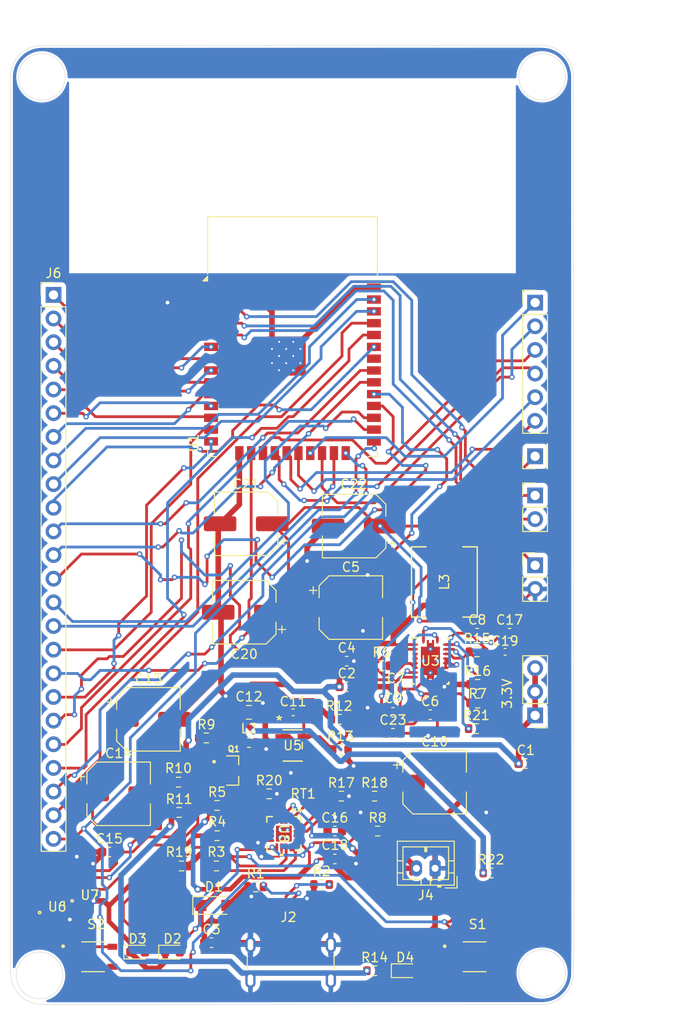
<source format=kicad_pcb>
(kicad_pcb (version 20240108) (generator "pcbnew") (generator_version "8.0")
  (layers (0 "F.Cu" signal) (31 "B.Cu" signal) (34 "B.Paste" user) (35 "F.Paste" user) (36 "B.SilkS" user "B.Silkscreen") (37 "F.SilkS" user "F.Silkscreen") (38 "B.Mask" user) (39 "F.Mask" user) (44 "Edge.Cuts" user))
  (net 0 "")
  (net 1 "+3.3V")
  (net 2 "GND")
  (net 3 "/Power Sheet/VBUS")
  (net 4 "AGround")
  (net 5 "Net-(U3-AGND)")
  (net 6 "Net-(U3-SS)")
  (net 7 "Net-(J5-Pin_1)")
  (net 8 "Net-(U3-BOOT)")
  (net 9 "Net-(C9-Pad2)")
  (net 10 "+3.7V")
  (net 11 "Net-(U5-FB)")
  (net 12 "Net-(U6-COLLECTOR)")
  (net 13 "Net-(U3-VCC)")
  (net 14 "Net-(C19-Pad2)")
  (net 15 "Net-(D2-A)")
  (net 16 "Net-(D3-A)")
  (net 17 "Net-(D4-K)")
  (net 18 "Net-(J2-CC1)")
  (net 19 "Net-(J2-CC2)")
  (net 20 "Net-(J6-Pin_2)")
  (net 21 "Net-(J6-Pin_17)")
  (net 22 "Net-(J6-Pin_13)")
  (net 23 "Net-(J6-Pin_10)")
  (net 24 "Net-(J6-Pin_22)")
  (net 25 "Net-(J6-Pin_1)")
  (net 26 "Net-(J6-Pin_15)")
  (net 27 "Net-(J6-Pin_12)")
  (net 28 "Net-(J6-Pin_19)")
  (net 29 "Net-(J6-Pin_23)")
  (net 30 "Net-(J6-Pin_5)")
  (net 31 "Net-(J6-Pin_9)")
  (net 32 "Net-(J6-Pin_21)")
  (net 33 "Net-(J6-Pin_16)")
  (net 34 "Net-(J6-Pin_20)")
  (net 35 "Net-(J6-Pin_6)")
  (net 36 "Net-(J6-Pin_18)")
  (net 37 "Net-(J6-Pin_3)")
  (net 38 "Net-(J6-Pin_4)")
  (net 39 "Net-(J6-Pin_11)")
  (net 40 "Net-(J6-Pin_8)")
  (net 41 "Net-(J6-Pin_7)")
  (net 42 "Net-(J6-Pin_14)")
  (net 43 "Net-(J8-Pin_5)")
  (net 44 "Net-(J8-Pin_4)")
  (net 45 "Net-(J8-Pin_1)")
  (net 46 "Net-(J8-Pin_2)")
  (net 47 "Net-(J8-Pin_6)")
  (net 48 "Net-(J8-Pin_3)")
  (net 49 "Net-(J9-Pin_2)")
  (net 50 "Net-(J9-Pin_1)")
  (net 51 "Net-(J10-Pin_1)")
  (net 52 "Net-(U5-LLX)")
  (net 53 "Net-(Q1-G)")
  (net 54 "Net-(U8-ILIM)")
  (net 55 "Net-(U8-EN1)")
  (net 56 "Net-(U8-EN2)")
  (net 57 "Net-(U3-FSW)")
  (net 58 "Net-(U3-ILIM)")
  (net 59 "Net-(U6-BASE)")
  (net 60 "Net-(U3-FB)")
  (net 61 "Net-(U8-ISET)")
  (net 62 "Net-(U8-SYSOFF)")
  (net 63 "Net-(U8-*CE)")
  (net 64 "Net-(U3-COMP)")
  (net 65 "Net-(U8-TS)")
  (net 69 "Net-(J6-Pin_24)")
  (footprint "Capacitor_SMD:C_0805_2012Metric" (layer "F.Cu") (at 107.75 98.5)
    (property "Reference" "C12")
    (property "Value" "10µ" (hide yes))
  )
  (footprint "Connector_PinHeader_2.54mm:PinHeader_1x01_P2.54mm_Vertical" (layer "F.Cu") (at 138.5 71 90)
    (property "Reference" "J10" (hide yes))
    (property "Value" "Conn_01x01_Pin" (hide yes))
  )
  (footprint "Resistor_SMD:R_0603_1608Metric" (layer "F.Cu") (at 121.25 107.5)
    (property "Reference" "R18")
    (property "Value" "10k" (hide yes))
  )
  (footprint "Resistor_SMD:R_0603_1608Metric" (layer "F.Cu") (at 100.25 109.25)
    (property "Reference" "R11")
    (property "Value" "700K" (hide yes))
  )
  (footprint "Resistor_SMD:R_0603_1608Metric" (layer "F.Cu") (at 115.555 116.99)
    (property "Reference" "R2")
    (property "Value" "56K" (hide yes))
  )
  (footprint "Diode_SMD:Nexperia_CFP3_SOD-123W" (layer "F.Cu") (at 103.98 119.24)
    (property "Reference" "D1")
    (property "Value" "PTVS17VS1UR,115" (hide yes))
  )
  (footprint "Inductor_SMD:L_0603_1608Metric" (layer "F.Cu") (at 107.75 101.75 180)
    (property "Reference" "L2")
    (property "Value" "2.2µ" (hide yes))
  )
  (footprint "Capacitor_SMD:C_0603_1608Metric" (layer "F.Cu") (at 118.25 93)
    (property "Reference" "C4")
    (property "Value" "1µ" (hide yes))
  )
  (footprint "Resistor_SMD:R_0603_1608Metric" (layer "F.Cu") (at 103.175 101.25)
    (property "Reference" "R9")
    (property "Value" "10K" (hide yes))
  )
  (footprint "Capacitor_SMD:C_0603_1608Metric" (layer "F.Cu") (at 123.225 98.5 180)
    (property "Reference" "C9")
    (property "Value" "0.1µ" (hide yes))
  )
  (footprint "Capacitor_SMD:C_0603_1608Metric" (layer "F.Cu") (at 118.25 95.75)
    (property "Reference" "C2")
    (property "Value" "1µ" (hide yes))
  )
  (footprint "MMBT2222AM3T5G:SOT-723_0P85X1P25_ONS-M" (layer "F.Cu") (at 90.649999 118.1277)
    (property "Reference" "U7")
    (property "Value" "MMBT2222AM3T5G" (hide yes))
  )
  (footprint "Capacitor_SMD:CP_Elec_6.3x5.4" (layer "F.Cu") (at 118.7 87.25)
    (property "Reference" "C5")
    (property "Value" "22µ" (hide yes))
  )
  (footprint "Connector_PinHeader_2.54mm:PinHeader_1x02_P2.54mm_Vertical" (layer "F.Cu") (at 138.5 82.71)
    (property "Reference" "J5" (hide yes))
    (property "Value" "Conn_01x02_Pin" (hide yes))
  )
  (footprint "Capacitor_SMD:C_0603_1608Metric" (layer "F.Cu") (at 92.75 113.5)
    (property "Reference" "C15")
    (property "Value" "4.7μ" (hide yes))
  )
  (footprint "Capacitor_SMD:C_0402_1005Metric" (layer "F.Cu") (at 135.27 92)
    (property "Reference" "C19")
    (property "Value" "87p" (hide yes))
  )
  (footprint "Resistor_SMD:R_0603_1608Metric" (layer "F.Cu") (at 132.325 97.5 180)
    (property "Reference" "R7")
    (property "Value" "330K" (hide yes))
  )
  (footprint "Resistor_SMD:R_0603_1608Metric" (layer "F.Cu") (at 117.575 102.5)
    (property "Reference" "R13")
    (property "Value" "53.6k" (hide yes))
  )
  (footprint "Capacitor_SMD:C_0603_1608Metric" (layer "F.Cu") (at 116.975 111.25)
    (property "Reference" "C16")
    (property "Value" "4.7μ" (hide yes))
  )
  (footprint "Capacitor_SMD:CP_Elec_6.3x5.4" (layer "F.Cu") (at 93.75 107.25)
    (property "Reference" "C14")
    (property "Value" "22µ" (hide yes))
  )
  (footprint "NCU:TRES_NCU18XH103F6SRB_MUR" (layer "F.Cu") (at 113.5769 107.25)
    (property "Reference" "RT1")
    (property "Value" "NCU18XH103F6SRB" (hide yes))
  )
  (footprint "Capacitor_SMD:C_0603_1608Metric" (layer "F.Cu") (at 123.225 100.75)
    (property "Reference" "C23")
    (property "Value" "0.1µ" (hide yes))
  )
  (footprint "Resistor_SMD:R_0603_1608Metric" (layer "F.Cu") (at 121.575 111.25)
    (property "Reference" "R8")
    (property "Value" "1k" (hide yes))
  )
  (footprint "Capacitor_SMD:CP_Elec_6.3x5.4" (layer "F.Cu") (at 96.95 99.25)
    (property "Reference" "C13")
    (property "Value" "22µ" (hide yes))
  )
  (footprint "Capacitor_SMD:C_0603_1608Metric" (layer "F.Cu") (at 132.275 90)
    (property "Reference" "C8")
    (property "Value" "1µ" (hide yes))
  )
  (footprint "Resistor_SMD:R_0603_1608Metric" (layer "F.Cu") (at 132.25 92)
    (property "Reference" "R15")
    (property "Value" "30k" (hide yes))
  )
  (footprint "Resistor_SMD:R_0603_1608Metric" (layer "F.Cu") (at 132.175 100.25)
    (property "Reference" "R21")
    (property "Value" "910k" (hide yes))
  )
  (footprint "Capacitor_SMD:C_0402_1005Metric" (layer "F.Cu") (at 123.52 96)
    (property "Reference" "C7")
    (property "Value" "47n" (hide yes))
  )
  (footprint "MMBT2222AM3T5G:SOT-723_0P85X1P25_ONS-M" (layer "F.Cu") (at 87.149999 119.3777)
    (property "Reference" "U6")
    (property "Value" "MMBT2222AM3T5G" (hide yes))
  )
  (footprint "Connector_JST:JST_PH_B2B-PH-K_1x02_P2.00mm_Vertical" (layer "F.Cu") (at 127.75 115.25 180)
    (property "Reference" "J4")
    (property "Value" "USE-702528-500PCBJST" (hide yes))
  )
  (footprint "Capacitor_SMD:C_0603_1608Metric" (layer "F.Cu") (at 135.75 90)
    (property "Reference" "C17")
    (property "Value" "1µ" (hide yes))
  )
  (footprint "Resistor_SMD:R_0603_1608Metric" (layer "F.Cu") (at 104.325 108.5)
    (property "Reference" "R5")
    (property "Value" "10k" (hide yes))
  )
  (footprint "Capacitor_SMD:C_0603_1608Metric" (layer "F.Cu") (at 127.225 98.75)
    (property "Reference" "C6")
    (property "Value" "1µ" (hide yes))
  )
  (footprint "Connector_USB:USB_C_Receptacle_GCT_USB4125-xx-x-0190_6P_TopMnt_Horizontal" (layer "F.Cu") (at 112.23 126.45)
    (property "Reference" "J2")
    (property "Value" "TYPE-C 6P LCH10.0" (hide yes))
  )
  (footprint "LED_SMD:LED_0603_1608Metric" (layer "F.Cu") (at 124.5375 126.25)
    (property "Reference" "D4")
    (property "Value" "XL-1608PGC-06" (hide yes))
  )
  (footprint "Capacitor_SMD:CP_Elec_6.3x5.4" (layer "F.Cu") (at 107.45 78.25 180)
    (property "Reference" "C21")
    (property "Value" "22µ" (hide yes))
  )
  (footprint "Resistor_SMD:R_0603_1608Metric" (layer "F.Cu") (at 104.325 111.75 180)
    (property "Reference" "R4")
    (property "Value" "10k" (hide yes))
  )
  (footprint "Capacitor_SMD:CP_Elec_6.3x5.4" (layer "F.Cu") (at 107.25 87.75 180)
    (property "Reference" "C20")
    (property "Value" "22µ" (hide yes))
  )
  (footprint "TPS61088RHLR:RHL0020A" (layer "F.Cu") (at 127.25 92.974999)
    (property "Reference" "U3")
    (property "Value" "TPS61088RHLR" (hide yes))
  )
  (footprint "Resistor_SMD:R_0603_1608Metric" (layer "F.Cu") (at 109.925 107.25)
    (property "Reference" "R20")
    (property "Value" "10k" (hide yes))
  )
  (footprint "Resistor_SMD:R_0603_1608Metric" (layer "F.Cu") (at 121.25 126.25)
    (property "Reference" "R14")
    (property "Value" "100k" (hide yes))
  )
  (footprint "Resistor_SMD:R_0603_1608Metric" (layer "F.Cu") (at 108.48 117.25)
    (property "Reference" "R1")
    (property "Value" "56K" (hide yes))
  )
  (footprint "SW_SKRPABE010:SW_SKRPABE010" (layer "F.Cu") (at 91 124.75)
    (property "Reference" "S2")
    (property "Value" "SKRPABE010" (hide yes))
  )
  (footprint "Capacitor_SMD:CP_Elec_6.3x5.4" (layer "F.Cu") (at 127.7 106)
    (property "Reference" "C10")
    (property "Value" "22µ" (hide yes))
  )
  (footprint "Capacitor_SMD:C_0603_1608Metric" (layer "F.Cu") (at 137.5 104)
    (property "Reference" "C1")
    (property "Value" "1µ" (hide yes))
  )
  (footprint "Resistor_SMD:R_0603_1608Metric" (layer "F.Cu") (at 104.25 115 180)
    (property "Reference" "R3")
    (property "Value" "1k" (hide yes))
  )
  (footprint "BQ24075RGTR:RGT16_1P7X1P7" (layer "F.Cu") (at 111.499937 111.524999 -90)
    (property "Reference" "U8")
    (property "Value" "BQ24075RGTR" (hide yes))
  )
  (footprint "Resistor_SMD:R_0603_1608Metric" (layer "F.Cu") (at 100.175 106 180)
    (property "Reference" "R10")
    (property "Value" "10K" (hide yes))
  )
  (footprint "RT8059GJ5:TSOT-23-5_RIT" (layer "F.Cu") (at 112.4438 102.0602)
    (property "Reference" "U5")
    (property "Value" "RT8059GJ5")
  )
  (footprint "Resistor_SMD:R_0603_1608Metric" (layer "F.Cu") (at 100.5 115 180)
    (property "Reference" "R19")
    (property "Value" "1k" (hide yes))
  )
  (footprint "LED_SMD:LED_0603_1608Metric" (layer "F.Cu") (at 95.7875 124.25)
    (property "Reference" "D3")
    (property "Value" "XL-1608PGC-06" (hide yes))
  )
  (footprint "Connector_PinHeader_2.54mm:PinHeader_1x02_P2.54mm_Vertical" (layer "F.Cu") (at 138.5 75.21)
    (property "Reference" "J9" (hide yes))
    (property "Value" "Conn_01x02_Pin" (hide yes))
  )
  (footprint "2N7002BK_215:TRANS_PMV130ENEAR" (layer "F.Cu") (at 106 104.75)
    (property "Reference" "Q1")
    (property "Value" "2N7002BK, 215" (hide yes))
  )
  (footprint "SW_SKRPABE010:SW_SKRPABE010" (layer "F.Cu") (at 132 124.75)
    (property "Reference" "S1")
    (property "Value" "SKRPABE010" (hide yes))
  )
  (footprint "Connector_PinHeader_2.54mm:PinHeader_1x24_P2.54mm_Vertical" (layer "F.Cu") (at 86.75 53.67)
    (property "Reference" "J6")
    (property "Value" "Conn_01x24_Pin" (hide yes))
  )
  (footprint "FXL0630-2R2-M:IND_FXL0630_CMT" (layer "F.Cu") (at 128.75 84.5 90)
    (property "Reference" "L3")
    (property "Value" "2.2µ")
  )
  (footprint "Resistor_SMD:R_0603_1608Metric" (layer "F.Cu") (at 117.675 107.5)
    (property "Reference" "R17")
    (property "Value" "1k" (hide yes))
  )
  (footprint "Resistor_SMD:R_0603_1608Metric" (layer "F.Cu") (at 132.325 95.5)
    (property "Reference" "R16")
    (property "Value" "4k7" (hide yes))
  )
  (footprint "Capacitor_SMD:C_0402_1005Metric" (layer "F.Cu") (at 112.5 98.5)
    (property "Reference" "C11")
    (property "Value" "4.1p" (hide yes))
  )
  (footprint "RF_Module:ESP32-WROOM-32" (layer "F.Cu") (at 112.43 61.1475)
    (property "Reference" "U1")
    (property "Value" "ESP32-WROOM-32" (hide yes))
  )
  (footprint "Connector_PinHeader_2.54mm:PinHeader_1x03_P2.54mm_Vertical" (layer "F.Cu") (at 138.5 98.83 180)
    (property "Reference" "J7" (hide yes))
    (property "Value" "Conn_01x03_Pin" (hide yes))
  )
  (footprint "Capacitor_SMD:C_0603_1608Metric" (layer "F.Cu") (at 103.73 123.24)
    (property "Reference" "C3")
    (property "Value" "1µ" (hide yes))
  )
  (footprint "Resistor_SMD:R_0603_1608Metric" (layer "F.Cu") (at 117.425 99.25)
    (property "Reference" "R12")
    (property "Value" "240k" (hide yes))
  )
  (footprint "LED_SMD:LED_0603_1608Metric" (layer "F.Cu") (at 99.5375 124.25)
    (property "Reference" "D2")
    (property "Value" "XL-1608PGC-06" (hide yes))
  )
  (footprint "Resistor_SMD:R_0603_1608Metric" (layer "F.Cu") (at 122 93.5)
    (property "Reference" "R6")
    (property "Value" "310k" (hide yes))
  )
  (footprint "Capacitor_SMD:CP_Elec_6.3x5.4" (layer "F.Cu") (at 119.05 78.5 180)
    (property "Reference" "C22")
    (property "Value" "22µ" (hide yes))
  )
  (footprint "Capacitor_SMD:C_0603_1608Metric" (layer "F.Cu") (at 116.975 114.25)
    (property "Reference" "C18")
    (property "Value" "4.7μ" (hide yes))
  )
  (footprint "Connector_PinHeader_2.54mm:PinHeader_1x06_P2.54mm_Vertical" (layer "F.Cu") (at 138.5 54.5)
    (property "Reference" "J8" (hide yes))
    (property "Value" "Conn_01x06_Pin" (hide yes))
  )
  (footprint "Resistor_SMD:R_0603_1608Metric" (layer "F.Cu") (at 133.75 115.75)
    (property "Reference" "R22")
    (property "Value" "10k" (hide yes))
  )
  (gr_arc (start 142.622684 126.5) (mid 141.634848 128.884848) (end 139.25 129.872684) (stroke (width 0.05)) (layer "Edge.Cuts"))
  (gr_line (start 85.5 26.886594) (end 135.480317 26.873963) (stroke (width 0.05)) (layer "Edge.Cuts"))
  (gr_arc (start 139.25 26.882717) (mid 141.631029 27.868971) (end 142.617283 30.25) (stroke (width 0.05)) (layer "Edge.Cuts"))
  (gr_circle (center 85.25 126.75) (end 87.629255 125.961748) (stroke (width 0.05)) (fill none) (layer "Edge.Cuts"))
  (gr_circle (center 139.25 30.25) (end 137.25 28.75) (stroke (width 0.05)) (fill none) (layer "Edge.Cuts"))
  (gr_arc (start 85.5 129.863406) (mid 83.121713 128.878287) (end 82.136594 126.5) (stroke (width 0.05)) (layer "Edge.Cuts"))
  (gr_line (start 139.25 129.872684) (end 86.710986 129.891396) (stroke (width 0.05)) (layer "Edge.Cuts"))
  (gr_line (start 142.650041 123.465834) (end 142.622684 126.5) (stroke (width 0.05)) (layer "Edge.Cuts"))
  (gr_line (start 139.25 26.882717) (end 138.854647 26.873963) (stroke (width 0.05)) (layer "Edge.Cuts"))
  (gr_line (start 86.710986 129.891396) (end 85.5 129.863406) (stroke (width 0.05)) (layer "Edge.Cuts"))
  (gr_circle (center 85.5 30.25) (end 87.65783 28.98302) (stroke (width 0.05)) (fill none) (layer "Edge.Cuts"))
  (gr_line (start 82.136594 126.5) (end 82.136594 30.25) (stroke (width 0.05)) (layer "Edge.Cuts"))
  (gr_arc (start 82.136594 30.25) (mid 83.121713 27.871713) (end 85.5 26.886594) (stroke (width 0.05)) (layer "Edge.Cuts"))
  (gr_line (start 142.617283 30.25) (end 142.650041 123.465834) (stroke (width 0.05)) (layer "Edge.Cuts"))
  (gr_line (start 135.480317 26.873963) (end 138.854647 26.873963) (stroke (width 0.05)) (layer "Edge.Cuts"))
  (gr_circle (center 139.25 126.5) (end 137.75 124.5) (stroke (width 0.05)) (fill none) (layer "Edge.Cuts"))
  (gr_text "3.3V\n" (at 135.5 96.5 90) (layer "F.SilkS") (effects (font (size 1 1))))
  (segment (start 106.8 98.5) (end 106.8 99.05) (width 0.6) (layer "F.Cu") (net 1))
  (segment (start 106.8 99.05) (end 108.25 100.5) (width 0.6) (layer "F.Cu") (net 1))
  (segment (start 106 103.75) (end 106 103) (width 0.6) (layer "F.Cu") (net 1))
  (segment (start 125.600001 94.725079) (end 124.024921 94.725079) (width 0.3) (layer "F.Cu") (net 1))
  (segment (start 99.35 109.175) (end 99.425 109.25) (width 0.6) (layer "F.Cu") (net 1))
  (segment (start 124.024921 94.725079) (end 123.5 95.25) (width 0.3) (layer "F.Cu") (net 1))
  (segment (start 112.02 97.27) (end 114.62 97.27) (width 0.6) (layer "F.Cu") (net 1))
  (segment (start 121 91.105078) (end 123.25 91.105078) (width 0.6) (layer "F.Cu") (net 1))
  (segment (start 99.425 110.575) (end 99.25 110.75) (width 0.6) (layer "F.Cu") (net 1))
  (segment (start 107 104.75) (end 106 103.75) (width 0.6) (layer "F.Cu") (net 1))
  (segment (start 123.25 90.25) (end 123.25 91.105078) (width 0.6) (layer "F.Cu") (net 1))
  (segment (start 106.8 98.5) (end 106.8 98.2) (width 0.6) (layer "F.Cu") (net 1))
  (segment (start 120.5 95) (end 120 94.5) (width 0.3) (layer "F.Cu") (net 1))
  (segment (start 119.755078 91.105078) (end 121 91.105078) (width 0.6) (layer "F.Cu") (net 1))
  (segment (start 101 107) (end 99.425 108.575) (width 0.6) (layer "F.Cu") (net 1))
  (segment (start 120 92.105078) (end 121 91.105078) (width 0.3) (layer "F.Cu") (net 1))
  (segment (start 101 104.8) (end 101 101.75) (width 0.6) (layer "F.Cu") (net 1))
  (segment (start 106.8 98.2) (end 108.5 96.5) (width 0.6) (layer "F.Cu") (net 1))
  (segment (start 117.475 95.75) (end 117.475 93) (width 0.6) (layer "F.Cu") (net 1))
  (segment (start 105.5 102.5) (end 102.75 102.5) (width 0.6) (layer "F.Cu") (net 1))
  (segment (start 99.425 109.25) (end 99.425 110.575) (width 0.6) (layer "F.Cu") (net 1))
  (segment (start 128.75 87.0146) (end 126.4854 87.0146) (width 0.6) (layer "F.Cu") (net 1))
  (segment (start 101 106) (end 101 104.8) (width 0.6) (layer "F.Cu") (net 1))
  (segment (start 111.25 96.5) (end 112.02 97.27) (width 0.6) (layer "F.Cu") (net 1))
  (segment (start 99.425 108.575) (end 99.425 109.25) (width 0.6) (layer "F.Cu") (net 1))
  (segment (start 120 94.5) (end 120 92.105078) (width 0.3) (layer "F.Cu") (net 1))
  (segment (start 101 104.8) (end 102 103.8) (width 0.6) (layer "F.Cu") (net 1))
  (segment (start 105 103.8) (end 102 103.8) (width 0.6) (layer "F.Cu") (net 1))
  (segment (start 101 101.75) (end 101.25 101.5) (width 0.6) (layer "F.Cu") (net 1))
  (segment (start 125.600001 91.225079) (end 123.370001 91.225079) (width 0.3) (layer "F.Cu") (net 1))
  (segment (start 106 103) (end 105.5 102.5) (width 0.6) (layer "F.Cu") (net 1))
  (segment (start 102.35 102.1) (end 102.35 101.25) (width 0.6) (layer "F.Cu") (net 1))
  (segment (start 111.75 95.5) (end 108 95.5) (width 0.6) (layer "F.Cu") (net 1))
  (segment (start 126.4854 87.0146) (end 123.25 90.25) (width 0.6) (layer "F.Cu") (net 1))
  (segment (start 117.475 93) (end 117.475 88.825) (width 0.6) (layer "F.Cu") (net 1))
  (segment (start 102.75 102.5) (end 102.35 102.1) (width 0.6) (layer "F.Cu") (net 1))
  (segment (start 106.8 101.5875) (end 106.9625 101.75) (width 0.6) (layer "F.Cu") (net 1))
  (segment (start 112.5 96.25) (end 111.75 95.5) (width 0.6) (layer "F.Cu") (net 1))
  (segment (start 112.02 97.27) (end 112.02 98.5) (width 0.6) (layer "F.Cu") (net 1))
  (segment (start 116.6 97.1) (end 115.75 96.25) (width 0.6) (layer "F.Cu") (net 1))
  (segment (start 106.8 98.5) (end 106.8 101.5875) (width 0.6) (layer "F.Cu") (net 1))
  (segment (start 115.9 87.25) (end 119.755078 91.105078) (width 0.6) (layer "F.Cu") (net 1))
  (segment (start 108 95.5) (end 102.35 101.15) (width 0.6) (layer "F.Cu") (net 1))
  (segment (start 136.725 104) (end 136.725 100.605) (width 0.6) (layer "F.Cu") (net 1))
  (segment (start 138.5 98.83) (end 138.5 93.75) (width 0.6) (layer "F.Cu") (net 1))
  (segment (start 117.475 88.825) (end 115.9 87.25) (width 0.6) (layer "F.Cu") (net 1))
  (segment (start 123.25 95) (end 120.5 95) (width 0.3) (layer "F.Cu") (net 1))
  (segment (start 114.62 97.27) (end 116.6 99.25) (width 0.6) (layer "F.Cu") (net 1))
  (segment (start 123.370001 91.225079) (end 123.25 91.105078) (width 0.3) (layer "F.Cu") (net 1))
  (segment (start 136.725 100.605) (end 138.5 98.83) (width 0.6) (layer "F.Cu") (net 1))
  (segment (start 123.5 95.25) (end 123.25 95) (width 0.3) (layer "F.Cu") (net 1))
  (segment (start 101 106) (end 101 107) (width 0.6) (layer "F.Cu") (net 1))
  (segment (start 116.6 99.25) (end 116.6 97.1) (width 0.6) (layer "F.Cu") (net 1))
  (segment (start 108.5 96.5) (end 111.25 96.5) (width 0.6) (layer "F.Cu") (net 1))
  (segment (start 115.75 96.25) (end 112.5 96.25) (width 0.6) (layer "F.Cu") (net 1))
  (segment (start 102.35 101.15) (end 102.35 101.25) (width 0.6) (layer "F.Cu") (net 1))
  (via (at 136.725 104) (size 0.75) (drill 0.4) (layers "F.Cu" "B.Cu") (net 1))
  (via (at 120.425 126.25) (size 0.75) (drill 0.4) (layers "F.Cu" "B.Cu") (net 1))
  (via (at 108.25 100.5) (size 0.75) (drill 0.4) (layers "F.Cu" "B.Cu") (net 1))
  (via (at 99.25 110.75) (size 0.75) (drill 0.4) (layers "F.Cu" "B.Cu") (net 1))
  (via (at 117.475 95.75) (size 0.75) (drill 0.4) (layers "F.Cu" "B.Cu") (net 1))
  (via (at 101.25 101.5) (size 0.75) (drill 0.4) (layers "F.Cu" "B.Cu") (net 1))
  (via (at 132.925 115.75) (size 0.75) (drill 0.4) (layers "F.Cu" "B.Cu") (net 1))
  (segment (start 94.75 125.25) (end 105.75 125.25) (width 0.6) (layer "B.Cu") (net 1))
  (segment (start 116.5 97) (end 115.75 96.25) (width 0.6) (layer "B.Cu") (net 1))
  (segment (start 132.925 111.925) (end 132.925 115.75) (width 0.6) (layer "B.Cu") (net 1))
  (segment (start 116.5 100) (end 116.5 97) (width 0.6) (layer "B.Cu") (net 1))
  (segment (start 116.25 95.75) (end 115.75 96.25) (width 0.6) (layer "B.Cu") (net 1))
  (segment (start 112.5 96.25) (end 110.75 94.5) (width 0.6) (layer "B.Cu") (net 1))
  (segment (start 114.25 100.5) (end 117.5 103.75) (width 0.6) (layer "B.Cu") (net 1))
  (segment (start 124 103) (end 132.925 111.925) (width 0.6) (layer "B.Cu") (net 1))
  (segment (start 117.5 103.75) (end 117.75 103.75) (width 0.6) (layer "B.Cu") (net 1))
  (segment (start 118.5 103) (end 124 103) (width 0.6) (layer "B.Cu") (net 1))
  (segment (start 105.75 125.25) (end 107 126.5) (width 0.6) (layer "B.Cu") (net 1))
  (segment (start 117.475 95.75) (end 116.25 95.75) (width 0.6) (layer "B.Cu") (net 1))
  (segment (start 101.25 99.25) (end 101.25 101.5) (width 0.6) (layer "B.Cu") (net 1))
  (segment (start 134.725 102) (end 118.5 102) (width 0.6) (layer "B.Cu") (net 1))
  (segment (start 99.25 110.75) (end 94 116) (width 0.6) (layer "B.Cu") (net 1))
  (segment (start 118.5 102) (end 116.5 100) (width 0.6) (layer "B.Cu") (net 1))
  (segment (start 110.75 94.5) (end 106 94.5) (width 0.6) (layer "B.Cu") (net 1))
  (segment (start 115.75 96.25) (end 112.5 96.25) (width 0.6) (layer "B.Cu") (net 1))
  (segment (start 94 116) (end 94 124.5) (width 0.6) (layer "B.Cu") (net 1))
  (segment (start 120.175 126.5) (end 120.425 126.25) (width 0.6) (layer "B.Cu") (net 1))
  (segment (start 106 94.5) (end 101.25 99.25) (width 0.6) (layer "B.Cu") (net 1))
  (segment (start 94 124.5) (end 94.75 125.25) (width 0.6) (layer "B.Cu") (net 1))
  (segment (start 108.25 100.5) (end 114.25 100.5) (width 0.6) (layer "B.Cu") (net 1))
  (segment (start 136.725 104) (end 134.725 102) (width 0.6) (layer "B.Cu") (net 1))
  (segment (start 107 126.5) (end 120.175 126.5) (width 0.6) (layer "B.Cu") (net 1))
  (segment (start 117.75 103.75) (end 118.5 103) (width 0.6) (layer "B.Cu") (net 1))
  (segment (start 130.5 106) (end 130.5 108) (width 0.6) (layer "F.Cu") (net 2))
  (segment (start 111.249937 107.749937) (end 110.75 107.25) (width 0.2) (layer "F.Cu") (net 2))
  (segment (start 110.225 58.7125) (end 110.225 55.475) (width 0.6) (layer "F.Cu") (net 2))
  (segment (start 127.75 110.75) (end 127.75 115.25) (width 0.6) (layer "F.Cu") (net 2))
  (segment (start 129.67492 95.5) (end 129.46246 95.28754) (width 0.6) (layer "F.Cu") (net 2))
  (segment (start 119.09 52.8975) (end 121.18 52.8975) (width 0.6) (layer "F.Cu") (net 2))
  (segment (start 110.024936 112.275188) (end 108.952947 112.275188) (width 0.2) (layer "F.Cu") (net 2))
  (segment (start 128.000082 95.125) (end 128.500078 95.125) (width 0.3) (layer "F.Cu") (net 2))
  (segment (start 122 109.25) (end 122 107.575) (width 0.6) (layer "F.Cu") (net 2))
  (segment (start 133.05 90) (end 133.5 90) (width 0.3) (layer "F.Cu") (net 2))
  (segment (start 107.75 53) (end 103.7825 53) (width 0.6) (layer "F.Cu") (net 2))
  (segment (start 114.98 123.37) (end 116.47 123.37) (width 0.6) (layer "F.Cu") (net 2))
  (segment (start 98.5 113.5) (end 100.25 113.5) (width 0.5) (layer "F.Cu") (net 2))
  (segment (start 119 104.25) (end 118.4 103.65) (width 0.6) (layer "F.Cu") (net 2))
  (segment (start 114 80.75) (end 114 82.25) (width 0.6) (layer "F.Cu") (net 2))
  (segment (start 92.175 118.75) (end 92.7125 119.2875) (width 0.6) (layer "F.Cu") (net 2))
  (segment (start 92.7125 119.2875) (end 92.7125 120.9625) (width 0.5) (layer "F.Cu") (net 2))
  (segment (start 109.48 123.37) (end 107.99 123.37) (width 0.6) (layer "F.Cu") (net 2))
  (segment (start 109.5 99.3) (end 108.7 98.5) (width 0.6) (layer "F.Cu") (net 2))
  (segment (start 110.3102 102.0602) (end 109.984244 102.0602) (width 0.6) (layer "F.Cu") (net 2))
  (segment (start 91.975 113.775) (end 91 114.75) (width 0.6) (layer "F.Cu") (net 2))
  (segment (start 119.75 106.25) (end 121.75 106.25) (width 0.6) (layer "F.Cu") (net 2))
  (segment (start 110.225 55.475) (end 107.75 53) (width 0.6) (layer "F.Cu") (net 2))
  (segment (start 121.5 88.25) (end 121.5 84.75) (width 0.6) (layer "F.Cu") (net 2))
  (segment (start 116.47 123.37) (end 116.55 123.45) (width 0.6) (layer "F.Cu") (net 2))
  (segment (start 109.5 101.25) (end 109.5 99.3) (width 0.6) (layer "F.Cu") (net 2))
  (segment (start 133.5 90) (end 134.75 88.75) (width 0.3) (layer "F.Cu") (net 2))
  (segment (start 110.3102 102.0602) (end 109.5 101.25) (width 0.6) (layer "F.Cu") (net 2))
  (segment (start 113.98 118.49) (end 114.73 117.74) (width 0.6) (layer "F.Cu") (net 2))
  (segment (start 91.975 113.5) (end 89.75 113.5) (width 0.6) (layer "F.Cu") (net 2))
  (segment (start 107.99 123.37) (end 107.91 123.45) (width 0.6) (layer "F.Cu") (net 2))
  (segment (start 117.75 110.5) (end 117 109.75) (width 0.6) (layer "F.Cu") (net 2))
  (segment (start 128.899999 94.725079) (end 128.899999 94.375079) (width 0.6) (layer "F.Cu") (net 2))
  (segment (start 108.013058 118.275574) (end 108.013058 117.348058) (width 0.6) (layer "F.Cu") (net 2))
  (segment (start 121.5 87.25) (end 121.5 88.25) (width 0.6) (layer "F.Cu") (net 2))
  (segment (start 121.5 88.25) (end 120 89.75) (width 0.6) (layer "F.Cu") (net 2))
  (segment (start 103.68 52.8975) (end 100.6025 52.8975) (width 0.6) (layer "F.Cu") (net 2))
  (segment (start 96.75 126) (end 95 124.25) (width 0.6) (layer "F.Cu") (net 2))
  (segment (start 119.025 93) (end 119.025 95.025) (width 0.6) (layer "F.Cu") (net 2))
  (segment (start 135.275 88.75) (end 136.525 90) (width 0.3) (layer "F.Cu") (net 2))
  (segment (start 117.75 111.25) (end 119.75 109.25) (width 0.6) (layer "F.Cu") (net 2))
  (segment (start 108.013058 117.348058) (end 107.655 116.99) (width 0.6) (layer "F.Cu") (net 2))
  (segment (start 130.5 106) (end 136.275 106) (width 0.6) (layer "F.Cu") (net 2))
  (segment (start 136.275 106) (end 138.275 104) (width 0.6) (layer "F.Cu") (net 2))
  (segment (start 104.505 123.24) (end 107.7 123.24) (width 0.6) (layer "F.Cu") (net 2))
  (segment (start 122.075 106.575) (end 122.075 107.5) (width 0.6) (layer "F.Cu") (net 2))
  (segment (start 134.79 92) (end 134.79 91.735) (width 0.3) (layer "F.Cu") (net 2))
  (segment (start 118.5 107.5) (end 119.75 106.25) (width 0.6) (layer "F.Cu") (net 2))
  (segment (start 91.975 113.5) (end 91.975 113.775) (width 0.6) (layer "F.Cu") (net 2))
  (segment (start 110.75 107.25) (end 112.9038 107.25) (width 0.5) (layer "F.Cu") (net 2))
  (segment (start 128.500078 95.125) (end 128.899999 94.725079) (width 0.3) (layer "F.Cu") (net 2))
  (segment (start 125.325 123.925) (end 127.75 121.5) (width 0.6) (layer "F.Cu") (net 2))
  (segment (start 104.75 88.05) (end 104.45 87.75) (width 0.6) (layer "F.Cu") (net 2))
  (segment (start 107.655 117.095) (end 105.51 119.24) (width 0.6) (layer "F.Cu") (net 2))
  (segment (start 105.25 96.75) (end 104.75 96.25) (width 0.6) (layer "F.Cu") (net 2))
  (segment (start 105.51 119.24) (end 105.38 119.24) (width 0.6) (layer "F.Cu") (net 2))
  (segment (start 129 95.75) (end 128.75 95.75) (width 0.6) (layer "F.Cu") (net 2))
  (segment (start 116.25 78.5) (end 114 80.75) (width 0.6) (layer "F.Cu") (net 2))
  (segment (start 117.75 114.25) (end 118.75 114.25) (width 0.6) (layer "F.Cu") (net 2))
  (segment (start 98 126) (end 96.75 126) (width 0.6) (layer "F.Cu") (net 2))
  (segment (start 118.4 103.65) (end 118.4 102.5) (width 0.6) (layer "F.Cu") (net 2))
  (segment (start 109.25 97.95) (end 109.25 97.5) (width 0.6) (layer "F.Cu") (net 2))
  (segment (start 91.049998 118.75) (end 92.175 118.75) (width 0.6) (layer "F.Cu") (net 2))
  (segment (start 108.7 98.5) (end 109.25 97.95) (width 0.6) (layer "F.Cu") (net 2))
  (segment (start 106.72 70.6575) (end 106.72 76.18) (width 0.6) (layer "F.Cu") (net 2))
  (segment (start 104.75 96.25) (end 104.75 94.25) (width 0.6) (layer "F.Cu") (net 2))
  (segment (start 104.45 87.75) (end 104.45 78.45) (width 0.6) (layer "F.Cu") (net 2))
  (segment (start 125.325 126.25) (end 125.325 123.925) (width 0.6) (layer "F.Cu") (net 2))
  (segment (start 109.984244 102.0602) (end 109.601602 102.442842) (width 0.6) (layer "F.Cu") (net 2))
  (segment (start 130.5 106) (end 130.5 106.5) (width 0.6) (layer "F.Cu") (net 2))
  (segment (start 104.45 78.45) (end 104.65 78.25) (width 0.6) (layer "F.Cu") (net 2))
  (segment (start 98.75 125.25) (end 98 126) (width 0.6) (layer "F.Cu") (net 2))
  (segment (start 100.6025 52.8975) (end 99 54.5) (width 0.6) (layer "F.Cu") (net 2))
  (segment (start 103.425 115) (end 103.25 115) (width 0.5) (layer "F.Cu") (net 2))
  (segment (start 112.9038 105.6538) (end 112.25 105) (width 0.5) (layer "F.Cu") (net 2))
  (segment (start 122.79 95.75) (end 123.04 96) (width 0.6) (layer "F.Cu") (net 2))
  (segment (start 96.55 102.45) (end 99.75 99.25) (width 0.6) (layer "F.Cu") (net 2))
  (segment (start 107.655 116.99) (end 107.655 117.095) (width 0.6) (layer "F.Cu") (net 2))
  (segment (start 111 114) (end 111.249937 113.750063) (width 0.2) (layer "F.Cu") (net 2))
  (segment (start 125.75 125.825) (end 125.325 126.25) (width 0.6) (layer "F.Cu") (net 2))
  (segment (start 119.025 95.025) (end 119.75 95.75) (width 0.6) (layer "F.Cu") (net 2))
  (segment (start 119.75 109.25) (end 122 109.25) (width 0.6) (layer "F.Cu") (net 2))
  (segment (start 98.75 124.25) (end 98.75 125.25) (width 0.6) (layer "F.Cu") (net 2))
  (segment (start 87.75 120) (end 88.5 120.75) (width 0.6) (layer "F.Cu") (net 2))
  (segment (start 119.025 95.75) (end 119.025 96.525) (width 0.6) (layer "F.Cu") (net 2))
  (segment (start 111.25 102.0602) (end 110.3102 102.0602) (width 0.6) (layer "F.Cu") (net 2))
  (segment (start 89.75 113.5) (end 89.25 114) (width 0.6) (layer "F.Cu") (net 2))
  (segment (start 96.55 107.25) (end 96.55 102.45) (width 0.6) (layer "F.Cu") (net 2))
  (segment (start 103.7825 53) (end 103.68 52.8975) (width 0.6) (layer "F.Cu") (net 2))
  (segment (start 109.090868 114) (end 111 114) (width 0.2) (layer "F.Cu") (net 2))
  (segment (start 129.925 125.825) (end 125.75 125.825) (width 0.6) (layer "F.Cu") (net 2))
  (segment (start 102 111.75) (end 103.5 111.75) (width 0.5) (layer "F.Cu") (net 2))
  (segment (start 117.75 111.25) (end 117.75 110.5) (width 0.6) (layer "F.Cu") (net 2))
  (segment (start 92.7125 119.2875) (end 98.5 113.5) (width 0.5) (layer "F.Cu") (net 2))
  (segment (start 138.5 85.25) (end 136.525 87.225) (width 0.3) (layer "F.Cu") (net 2))
  (segment (start 108.952947 112.275188) (end 108.728135 112.5) (width 0.2) (layer "F.Cu") (net 2))
  (segment (start 121.5 84.75) (end 120.5 83.75) (width 0.6) (layer "F.Cu") (net 2))
  (segment (start 113.275 58.7125) (end 119.09 52.8975) (width 0.6) (layer "F.Cu") (net 2))
  (segment (start 106.72 76.18) (end 104.65 78.25) (width 0.6) (layer "F.Cu") (net 2))
  (segment (start 118.75 114.25) (end 119.25 114.75) (width 0.6) (layer "F.Cu") (net 2))
  (segment (start 129.925 125.825) (end 134.075 125.825) (width 0.6) (layer "F.Cu") (net 2))
  (segment (start 95 123.25) (end 95 124.25) (width 0.5) (layer "F.Cu") (net 2))
  (segment (start 119.025 96.525) (end 120.5 98) (width 0.6) (layer "F.Cu") (net 2))
  (segment (start 134.79 91.735) (end 136.525 90) (width 0.3) (layer "F.Cu") (net 2))
  (segment (start 92.7125 120.9625) (end 95 123.25) (width 0.5) (layer "F.Cu") (net 2))
  (segment (start 131.5 95.5) (end 129.67492 95.5) (width 0.6) (layer "F.Cu") (net 2))
  (segment (start 127.75 121.5) (end 127.75 115.25) (width 0.6) (layer "F.Cu") (net 2))
  (segment (start 134.75 88.75) (end 135.275 88.75) (width 0.3) (layer "F.Cu") (net 2))
  (segment (start 114.73 117.74) (end 114.73 116.99) (width 0.6) (layer "F.Cu") (net 2))
  (segment (start 129.46246 95.28754) (end 129 95.75) (width 0.6) (layer "F.Cu") (net 2))
  (segment (start 122 107.575) (end 122.075 107.5) (width 0.6) (layer "F.Cu") (net 2))
  (segment (start 87.549998 120) (end 87.75 120) (width 0.6) (layer "F.Cu") (net 2))
  (segment (start 129.46246 95.28754) (end 128.899999 94.725079) (width 0.6) (layer "F.Cu") (net 2))
  (segment (start 111.249937 113.750063) (end 111.249937 113) (width 0.2) (layer "F.Cu") (net 2))
  (segment (start 130.5 108) (end 127.75 110.75) (width 0.6) (layer "F.Cu") (net 2))
  (segment (start 100.25 113.5) (end 102 111.75) (width 0.5) (layer "F.Cu") (net 2))
  (segment (start 99.75 99.25) (end 104.75 94.25) (width 0.6) (layer "F.Cu") (net 2))
  (segment (start 107.7 123.24) (end 107.91 123.45) (width 0.6) (layer "F.Cu") (net 2))
  (segment (start 121.75 106.25) (end 122.075 106.575) (width 0.6) (layer "F.Cu") (net 2))
  (segment (start 136.525 87.225) (end 136.525 90) (width 0.3) (layer "F.Cu") (net 2))
  (segment (start 111.249937 110.049998) (end 111.249937 107.749937) (width 0.2) (layer "F.Cu") (net 2))
  (segment (start 130.5 106.5) (end 133.25 109.25) (width 0.6) (layer "F.Cu") (net 2))
  (segment (start 112.9038 107.25) (end 112.9038 105.6538) (width 0.5) (layer "F.Cu") (net 2))
  (segment (start 104.75 94.25) (end 104.75 88.05) (width 0.6) (layer "F.Cu") (net 2))
  (segment (start 119.75 95.75) (end 122.79 95.75) (width 0.6) (layer "F.Cu") (net 2))
  (via (at 119 104.25) (size 0.75) (drill 0.4) (layers "F.Cu" "B.Cu") (net 2))
  (via (at 120.5 98) (size 0.75) (drill 0.4) (layers "F.Cu" "B.Cu") (net 2))
  (via (at 89.25 114) (size 0.75) (drill 0.4) (layers "F.Cu" "B.Cu") (net 2))
  (via (at 108.728135 112.5) (size 0.75) (drill 0.4) (layers "F.Cu" "B.Cu") (net 2))
  (via (at 108.013058 118.275574) (size 0.75) (drill 0.4) (layers "F.Cu" "B.Cu") (net 2))
  (via (at 91 114.75) (size 0.75) (drill 0.4) (layers "F.Cu" "B.Cu") (net 2))
  (via (at 109.601602 102.442842) (size 0.75) (drill 0.4) (layers "F.Cu" "B.Cu") (net 2))
  (via (at 109.25 97.5) (size 0.75) (drill 0.4) (layers "F.Cu" "B.Cu") (net 2))
  (via (at 109.090868 114) (size 0.75) (drill 0.4) (layers "F.Cu" "B.Cu") (net 2))
  (via (at 112.25 105) (size 0.75) (drill 0.4) (layers "F.Cu" "B.Cu") (net 2))
  (via (at 117 109.75) (size 0.75) (drill 0.4) (layers "F.Cu" "B.Cu") (net 2))
  (via (at 120.5 83.75) (size 0.75) (drill 0.4) (layers "F.Cu" "B.Cu") (net 2))
  (via (at 119.025 93) (size 0.75) (drill 0.4) (layers "F.Cu" "B.Cu") (net 2))
  (via (at 133.25 109.25) (size 0.75) (drill 0.4) (layers "F.Cu" "B.Cu") (net 2))
  (via (at 118.5 107.5) (size 0.75) (drill 0.4) (layers "F.Cu" "B.Cu") (net 2))
  (via (at 88.5 120.75) (size 0.75) (drill 0.4) (layers "F.Cu" "B.Cu") (net 2))
  (via (at 110.75 107.25) (size 0.75) (drill 0.4) (layers "F.Cu" "B.Cu") (net 2))
  (via (at 119.75 109.25) (size 0.75) (drill 0.4) (layers "F.Cu" "B.Cu") (net 2))
  (via (at 91.049998 118.75) (size 0.75) (drill 0.4) (layers "F.Cu" "B.Cu") (net 2))
  (via (at 113.98 118.49) (size 0.75) (drill 0.4) (layers "F.Cu" "B.Cu") (net 2))
  (via (at 120 89.75) (size 0.75) (drill 0.4) (layers "F.Cu" "B.Cu") (net 2))
  (via (at 105.25 96.75) (size 0.75) (drill 0.4) (layers "F.Cu" "B.Cu") (net 2))
  (via (at 99 54.5) (size 0.75) (drill 0.4) (layers "F.Cu" "B.Cu") (net 2))
  (via (at 114 82.25) (size 0.75) (drill 0.4) (layers "F.Cu" "B.Cu") (net 2))
  (via (at 128.75 95.75) (size 0.75) (drill 0.4) (layers "F.Cu" "B.Cu") (net 2))
  (via (at 119.25 114.75) (size 0.75) (drill 0.4) (layers "F.Cu" "B.Cu") (net 2))
  (segment (start 107.91 124.5) (end 107.91 120.7) (width 0.6) (layer "B.Cu") (net 2))
  (segment (start 108.013058 118.275574) (end 108.013058 120.596942) (width 0.6) (layer "B.Cu") (net 2))
  (segment (start 91 118.700002) (end 91.049998 118.75) (width 0.6) (layer "B.Cu") (net 2))
  (segment (start 89.049998 120.75) (end 91.049998 118.75) (width 0.6) (layer "B.Cu") (net 2))
  (segment (start 91 114.75) (end 91 118.700002) (width 0.6) (layer "B.Cu") (net 2))
  (segment (start 120 92.025) (end 119.025 93) (width 0.6) (layer "B.Cu") (net 2))
  (segment (start 119.75 114.25) (end 119.75 109.25) (width 0.6) (layer "B.Cu") (net 2))
  (segment (start 106 97.5) (end 105.25 96.75) (width 0.6) (layer "B.Cu") (net 2))
  (segment (start 108.013058 118.275574) (end 108.477484 118.74) (width 0.6) (layer "B.Cu") (net 2))
  (segment (start 113.73 118.74) (end 113.98 118.49) (width 0.6) (layer "B.Cu") (net 2))
  (segment (start 108.728135 113.637267) (end 108.728135 112.5) (width 0.2) (layer "B.Cu") (net 2))
  (segment (start 119 104.25) (end 119 107) (width 0.6) (layer "B.Cu") (net 2))
  (segment (start 109.601602 102.442842) (end 109.601602 106.101602) (width 0.6) (layer "B.Cu") (net 2))
  (segment (start 88.5 120.75) (end 89.049998 120.75) (width 0.6) (layer "B.Cu") (net 2))
  (segment (start 119 107) (end 118.5 107.5) (width 0.6) (layer "B.Cu") (net 2))
  (segment (start 109.601602 106.101602) (end 110.75 107.25) (width 0.6) (layer "B.Cu") (net 2))
  (segment (start 120 89.75) (end 120 92.025) (width 0.6) (layer "B.Cu") (net 2))
  (segment (start 108.728135 109.271865) (end 110.75 107.25) (width 0.2) (layer "B.Cu") (net 2))
  (segment (start 108.728135 112.5) (end 108.728135 109.271865) (width 0.2) (layer "B.Cu") (net 2))
  (segment (start 108.477484 118.74) (end 113.73 118.74) (width 0.6) (layer "B.Cu") (net 2))
  (segment (start 116.55 124.5) (end 116.55 120.7) (width 0.6) (layer "B.Cu") (net 2))
  (segment (start 114 82.25) (end 115.5 83.75) (width 0.6) (layer "B.Cu") (net 2))
  (segment (start 108.013058 120.596942) (end 107.91 120.7) (width 0.6) (layer "B.Cu") (net 2))
  (segment (start 115.5 83.75) (end 120.5 83.75) (width 0.6) (layer "B.Cu") (net 2))
  (segment (start 119.25 114.75) (end 119.75 114.25) (width 0.6) (layer "B.Cu") (net 2))
  (segment (start 116.55 121.06) (end 113.98 118.49) (width 0.6) (layer "B.Cu") (net 2))
  (segment (start 109.25 97.5) (end 106 97.5) (width 0.6) (layer "B.Cu") (net 2))
  (segment (start 109.090868 114) (end 108.728135 113.637267) (width 0.2) (layer "B.Cu") (net 2))
  (segment (start 107.09077 116.15923) (end 108.15923 116.15923) (width 0.5) (layer "F.Cu") (net 3))
  (segment (start 104.75 117.5) (end 105.75 117.5) (width 0.5) (layer "F.Cu") (net 3))
  (segment (start 102.955 121.515) (end 102.955 123.24) (width 0.6) (layer "F.Cu") (net 3))
  (segment (start 102.58 119.24) (end 103.01 119.24) (width 0.6) (layer "F.Cu") (net 3))
  (segment (start 103.99 121) (end 103.73 120.74) (width 0.6) (layer "F.Cu") (net 3))
  (segment (start 110.71 123.96) (end 112 125.25) (width 0.6) (layer "F.Cu") (net 3))
  (segment (start 106.5 120) (end 106.5 121) (width 0.6) (layer "F.Cu") (net 3))
  (segment (start 113.75 123.37) (end 113.75 124.75) (width 0.6) (layer "F.Cu") (net 3))
  (segment (start 110.75 122) (end 110.75 123.33) (width 0.6) (layer "F.Cu") (net 3))
  (segment (start 114.25 113.55025) (end 114.25 115) (width 0.3) (layer "F.Cu") (net 3))
  (segment (start 103 110.25) (end 103.5 109.75) (width 0.5) (layer "F.Cu") (net 3))
  (segment (start 103.01 119.24) (end 104.75 117.5) (width 0.6) (layer "F.Cu") (net 3))
  (segment (start 105.75 117.5) (end 107.09077 116.15923) (width 0.5) (layer "F.Cu") (net 3))
  (segment (start 109.75 119.25) (end 107.25 119.25) (width 0.6) (layer "F.Cu") (net 3))
  (segment (start 110.75 122) (end 110.5 121.75) (width 0.6) (layer "F.Cu") (net 3))
  (segment (start 108.15923 116.15923) (end 113.09077 116.15923) (width 0.6) (layer "F.Cu") (net 3))
  (segment (start 110.71 120.21) (end 109.75 119.25) (width 0.6) (layer "F.Cu") (net 3))
  (segment (start 112.974938 112.275188) (end 114.25 113.55025) (width 0.3) (layer "F.Cu") (net 3))
  (segment (start 102.25 117.5) (end 104.75 117.5) (width 0.5) (layer "F.Cu") (net 3))
  (segment (start 110.71 121.54) (end 110.71 120.62) (width 0.6) (layer "F.Cu") (net 3))
  (segment (start 107.25 119.25) (end 106.5 120) (width 0.6) (layer "F.Cu") (net 3))
  (segment (start 113.75 124.75) (end 113.25 125.25) (width 0.6) (layer "F.Cu") (net 3))
  (segment (start 102.955 121.515) (end 102.58 121.14) (width 0.6) (layer "F.Cu") (net 3))
  (segment (start 103.5 109.75) (end 103.5 108.5) (width 0.5) (layer "F.Cu") (net 3))
  (segment (start 110.71 123.37) (end 110.71 123.96) (width 0.6) (layer "F.Cu") (net 3))
  (segment (start 102.58 121.14) (end 102.58 119.24) (width 0.6) (layer "F.Cu") (net 3))
  (segment (start 106.5 121) (end 103.99 121) (width 0.6) (layer "F.Cu") (net 3))
  (segment (start 110.71 120.62) (end 110.71 120.21) (width 0.6) (layer "F.Cu") (net 3))
  (segment (start 103.73 120.74) (end 102.955 121.515) (width 0.6) (layer "F.Cu") (net 3))
  (segment (start 114.25 115) (end 114.25 115.25) (width 0.3) (layer "F.Cu") (net 3))
  (segment (start 113.25 125.25) (end 112 125.25) (width 0.6) (layer "F.Cu") (net 3))
  (segment (start 113.09077 116.15923) (end 114.25 115) (width 0.6) (layer "F.Cu") (net 3))
  (segment (start 110.5 121.75) (end 110.71 121.54) (width 0.6) (layer "F.Cu") (net 3))
  (segment (start 110.75 123.33) (end 110.71 123.37) (width 0.6) (layer "F.Cu") (net 3))
  (via (at 102.25 117.5) (size 0.75) (drill 0.4) (layers "F.Cu" "B.Cu") (net 3))
  (via (at 103 110.25) (size 0.75) (drill 0.4) (layers "F.Cu" "B.Cu") (net 3))
  (segment (start 101.75 111.5) (end 101.75 117) (width 0.5) (layer "B.Cu") (net 3))
  (segment (start 103 110.25) (end 101.75 111.5) (width 0.5) (layer "B.Cu") (net 3))
  (segment (start 101.75 117) (end 102.25 117.5) (width 0.5) (layer "B.Cu") (net 3))
  (segment (start 128 100) (end 127 101) (width 0.3) (layer "F.Cu") (net 4))
  (segment (start 124 100.75) (end 126.75 100.75) (width 0.3) (layer "F.Cu") (net 4))
  (segment (start 126.75 100.75) (end 127 101) (width 0.3) (layer "F.Cu") (net 4))
  (segment (start 128 98.75) (end 128 100) (width 0.3) (layer "F.Cu") (net 4))
  (via (at 127 101) (size 0.75) (drill 0.4) (layers "F.Cu" "B.Cu") (net 4))
  (segment (start 126.45 98.75) (end 125.45 99.75) (width 0.3) (layer "F.Cu") (net 5))
  (segment (start 128.000082 90.498367) (end 128.000082 90.824998) (width 0.3) (layer "F.Cu") (net 5))
  (segment (start 126.45 98.75) (end 126.45 96.7) (width 0.3) (layer "F.Cu") (net 5))
  (segment (start 125.45 99.75) (end 123 99.75) (width 0.3) (layer "F.Cu") (net 5))
  (segment (start 122.45 100.3) (end 123 99.75) (width 0.3) (layer "F.Cu") (net 5))
  (segment (start 128.000082 90.498367) (end 127.691369 90.189654) (width 0.3) (layer "F.Cu") (net 5))
  (segment (start 130.5 96.5) (end 126.25 96.5) (width 0.3) (layer "F.Cu") (net 5))
  (segment (start 122.45 100.75) (end 122.45 100.3) (width 0.3) (layer "F.Cu") (net 5))
  (segment (start 131.5 97.5) (end 130.5 96.5) (width 0.3) (layer "F.Cu") (net 5))
  (segment (start 126.45 96.7) (end 126.25 96.5) (width 0.3) (layer "F.Cu") (net 5))
  (via (at 127.691369 90.189654) (size 0.6) (drill 0.3) (layers "F.Cu" "B.Cu") (net 5))
  (via (at 126.25 96.5) (size 0.6) (drill 0.3) (layers "F.Cu" "B.Cu") (net 5))
  (segment (start 127.691369 90.189654) (end 126 90.189654) (width 0.3) (layer "B.Cu") (net 5))
  (segment (start 126.25 96.5) (end 125.5 95.75) (width 0.3) (layer "B.Cu") (net 5))
  (segment (start 125.5 90.689654) (end 126 90.189654) (width 0.3) (layer "B.Cu") (net 5))
  (segment (start 125.5 95.75) (end 125.5 90.689654) (width 0.3) (layer "B.Cu") (net 5))
  (segment (start 125.62508 96) (end 126.50008 95.125) (width 0.3) (layer "F.Cu") (net 6))
  (segment (start 124 96) (end 125.62508 96) (width 0.3) (layer "F.Cu") (net 6))
  (segment (start 133.075 91.575) (end 133.075 92) (width 0.3) (layer "F.Cu") (net 7))
  (segment (start 130.205153 88.705153) (end 131.5 90) (width 0.3) (layer "F.Cu") (net 7))
  (segment (start 127.5 79.5) (end 135.29 79.5) (width 0.3) (layer "F.Cu") (net 7))
  (segment (start 129.916066 90) (end 129.436774 90.479292) (width 0.3) (layer "F.Cu") (net 7))
  (segment (start 110.25 78.25) (end 112 78.25) (width 0.3) (layer "F.Cu") (net 7))
  (segment (start 130.063796 93.381045) (end 129.555966 93.381045) (width 0.3) (layer "F.Cu") (net 7))
  (segment (start 112 85.8) (end 112 80) (width 0.3) (layer "F.Cu") (net 7))
  (segment (start 126.5 78.5) (end 127.5 79.5) (width 0.3) (layer "F.Cu") (net 7))
  (segment (start 121.85 78.5) (end 126.5 78.5) (width 0.3) (layer "F.Cu") (net 7))
  (segment (start 135.29 79.5) (end 138.5 82.71) (width 0.3) (layer "F.Cu") (net 7))
  (segment (start 113.75 76.5) (end 119.55 76.5) (width 0.3) (layer "F.Cu") (net 7))
  (segment (start 131.5 90) (end 129.916066 90) (width 0.3) (layer "F.Cu") (net 7))
  (segment (start 126.074108 88.656877) (end 126.122384 88.705153) (width 0.3) (layer "F.Cu") (net 7))
  (segment (start 129.555966 93.381045) (end 128.899999 92.725078) (width 0.3) (layer "F.Cu") (net 7))
  (segment (start 112 78.25) (end 113.75 76.5) (width 0.3) (layer "F.Cu") (net 7))
  (segment (start 119.55 76.5) (end 121.55 78.5) (width 0.3) (layer "F.Cu") (net 7))
  (segment (start 126.122384 88.705153) (end 130.205153 88.705153) (width 0.3) (layer "F.Cu") (net 7))
  (segment (start 131.5 90) (end 133.075 91.575) (width 0.3) (layer "F.Cu") (net 7))
  (segment (start 133.075 92) (end 132.952796 91.877796) (width 0.3) (layer "F.Cu") (net 7))
  (segment (start 110.25 87.2) (end 110.55 87.5) (width 0.3) (layer "F.Cu") (net 7))
  (segment (start 109.5 87.2) (end 110.05 87.75) (width 0.3) (layer "F.Cu") (net 7))
  (segment (start 112 80) (end 110.25 78.25) (width 0.3) (layer "F.Cu") (net 7))
  (segment (start 128.899999 92.725078) (end 128.899999 93.725079) (width 0.3) (layer "F.Cu") (net 7))
  (segment (start 110.05 87.75) (end 112 85.8) (width 0.3) (layer "F.Cu") (net 7))
  (via (at 121.85 78.5) (size 0.6) (drill 0.3) (layers "F.Cu" "B.Cu") (net 7))
  (via (at 130.063796 93.381045) (size 0.6) (drill 0.3) (layers "F.Cu" "B.Cu") (net 7))
  (via (at 126.074108 88.656877) (size 0.6) (drill 0.3) (layers "F.Cu" "B.Cu") (net 7))
  (via (at 129.436774 90.479292) (size 0.6) (drill 0.3) (layers "F.Cu" "B.Cu") (net 7))
  (segment (start 126.074108 86.175892) (end 126.25 86) (width 0.3) (layer "B.Cu") (net 7))
  (segment (start 129.303442 93.562081) (end 129.88276 93.562081) (width 0.3) (layer "B.Cu") (net 7))
  (segment (start 129.436774 90.479292) (end 129.303442 90.612624) (width 0.3) (layer "B.Cu") (net 7))
  (segment (start 126.25 82.9) (end 121.85 78.5) (width 0.3) (layer "B.Cu") (net 7))
  (segment (start 126.25 86) (end 126.25 82.9) (width 0.3) (layer "B.Cu") (net 7))
  (segment (start 129.88276 93.562081) (end 130.063796 93.381045) (width 0.3) (layer "B.Cu") (net 7))
  (segment (start 126.074108 88.656877) (end 126.074108 86.175892) (width 0.3) (layer "B.Cu") (net 7))
  (segment (start 129.303442 90.612624) (end 129.303442 93.562081) (width 0.3) (layer "B.Cu") (net 7))
  (segment (start 125.600001 94.225078) (end 124.943296 94.225078) (width 0.3) (layer "F.Cu") (net 8))
  (segment (start 124 98.5) (end 124 97) (width 0.3) (layer "F.Cu") (net 8))
  (segment (start 124.943296 94.225078) (end 124.767722 94.049504) (width 0.3) (layer "F.Cu") (net 8))
  (via (at 124.767722 94.049504) (size 0.6) (drill 0.3) (layers "F.Cu" "B.Cu") (net 8))
  (via (at 124 97) (size 0.6) (drill 0.3) (layers "F.Cu" "B.Cu") (net 8))
  (segment (start 124 94.817226) (end 124.767722 94.049504) (width 0.3) (layer "B.Cu") (net 8))
  (segment (start 124 97) (end 124 94.817226) (width 0.3) (layer "B.Cu") (net 8))
  (segment (start 121.175 93.5) (end 122.25 92.425) (width 0.3) (layer "F.Cu") (net 9))
  (segment (start 122.175 94.5) (end 123.25 94.5) (width 0.3) (layer "F.Cu") (net 9))
  (segment (start 123.25 94.5) (end 124.5 93.25) (width 0.3) (layer "F.Cu") (net 9))
  (segment (start 125.349962 86.689612) (end 125.349962 85.385438) (width 0.3) (layer "F.Cu") (net 9))
  (segment (start 125.349962 85.385438) (end 128.75 81.9854) (width 0.3) (layer "F.Cu") (net 9))
  (segment (start 125.124922 93.25) (end 125.600001 93.725079) (width 0.3) (layer "F.Cu") (net 9))
  (segment (start 122 98.05) (end 122 96.75) (width 0.3) (layer "F.Cu") (net 9))
  (segment (start 121.175 93.5) (end 122.175 94.5) (width 0.3) (layer "F.Cu") (net 9))
  (segment (start 122.45 98.5) (end 122 98.05) (width 0.3) (layer "F.Cu") (net 9))
  (segment (start 125.600001 93.725079) (end 125.600001 92.225079) (width 0.3) (layer "F.Cu") (net 9))
  (segment (start 122.25 92.425) (end 122.25 92) (width 0.3) (layer "F.Cu") (net 9))
  (segment (start 124.5 93.25) (end 125.124922 93.25) (width 0.3) (layer "F.Cu") (net 9))
  (via (at 122.25 92) (size 0.6) (drill 0.3) (layers "F.Cu" "B.Cu") (net 9))
  (via (at 125.349962 86.689612) (size 0.6) (drill 0.3) (layers "F.Cu" "B.Cu") (net 9))
  (via (at 122 96.75) (size 0.6) (drill 0.3) (layers "F.Cu" "B.Cu") (net 9))
  (segment (start 122.25 96.5) (end 122.25 92) (width 0.3) (layer "B.Cu") (net 9))
  (segment (start 125.349962 86.689612) (end 125.349962 88.650038) (width 0.3) (layer "B.Cu") (net 9))
  (segment (start 122 96.75) (end 122.25 96.5) (width 0.3) (layer "B.Cu") (net 9))
  (segment (start 122.25 91.75) (end 122.25 92) (width 0.3) (layer "B.Cu") (net 9))
  (segment (start 125.349962 88.650038) (end 122.25 91.75) (width 0.3) (layer "B.Cu") (net 9))
  (segment (start 125.25 115.75) (end 125.75 115.25) (width 0.6) (layer "F.Cu") (net 10))
  (segment (start 107.783438 114) (end 105.75 114) (width 0.3) (layer "F.Cu") (net 10))
  (segment (start 106.75 115) (end 105.75 114) (width 0.3) (layer "F.Cu") (net 10))
  (segment (start 122.4 111.25) (end 122.4 113.1) (width 0.6) (layer "F.Cu") (net 10))
  (segment (start 118.2 116.25) (end 116.2 114.25) (width 0.6) (layer "F.Cu") (net 10))
  (segment (start 110.999937 115) (end 106.75 115) (width 0.3) (layer "F.Cu") (net 10))
  (segment (start 122 105.25) (end 115.8749 105.25) (width 0.6) (layer "F.Cu") (net 10))
  (segment (start 124.5 114) (end 125.75 115.25) (width 0.6) (layer "F.Cu") (net 10))
  (segment (start 121 115.25) (end 125.75 115.25) (width 0.6) (layer "F.Cu") (net 10))
  (segment (start 114.5 111.75) (end 115.7 111.75) (width 0.3) (layer "F.Cu") (net 10))
  (segment (start 124.5 106.4) (end 124.5 114) (width 0.6) (layer "F.Cu") (net 10))
  (segment (start 111.25 101.1204) (end 111.986984 101.1204) (width 0.6) (layer "F.Cu") (net 10))
  (segment (start 111.749937 110.049998) (end 111.749937 109.250063) (width 0.3) (layer "F.Cu") (net 10))
  (segment (start 124.9 106) (end 124.5 106.4) (width 0.6) (layer "F.Cu") (net 10))
  (segment (start 115.7 111.75) (end 116.2 111.25) (width 0.3) (layer "F.Cu") (net 10))
  (segment (start 101.325 114.925) (end 102.5 113.75) (width 0.6) (layer "F.Cu") (net 10))
  (segment (start 111.749937 113) (end 111.749937 114.25) (width 0.3) (layer "F.Cu") (net 10))
  (segment (start 118.875 113.125) (end 121 115.25) (width 0.6) (layer "F.Cu") (net 10))
  (segment (start 119.25 116.25) (end 118.2 116.25) (width 0.6) (layer "F.Cu") (net 10))
  (segment (start 115.8749 105.25) (end 113.6376 103.0127) (width 0.6) (layer "F.Cu") (net 10))
  (segment (start 111.749937 114.25) (end 110.999937 115) (width 0.3) (layer "F.Cu") (net 10))
  (segment (start 115.25 114.25) (end 115 114.5) (width 0.3) (layer "F.Cu") (net 10))
  (segment (start 105.5 113.75) (end 105.75 114) (width 0.6) (layer "F.Cu") (net 10))
  (segment (start 122.75 106) (end 122 105.25) (width 0.6) (layer "F.Cu") (net 10))
  (segment (start 102.5 113.75) (end 105.5 113.75) (width 0.6) (layer "F.Cu") (net 10))
  (segment (start 111.986984 101.1204) (end 113.6376 102.771016) (width 0.6) (layer "F.Cu") (net 10))
  (segment (start 122.4 113.1) (end 119.25 116.25) (width 0.6) (layer "F.Cu") (net 10))
  (segment (start 116.2 114.25) (end 115.25 114.25) (width 0.3) (layer "F.Cu") (net 10))
  (segment (start 111.749937 109.250063) (end 112.5 108.5) (width 0.3) (layer "F.Cu") (net 10))
  (segment (start 113.6376 102.771016) (end 113.6376 103.0127) (width 0.6) (layer "F.Cu") (net 10))
  (segment (start 124.9 106) (end 122.75 106) (width 0.6) (layer "F.Cu") (net 10))
  (segment (start 101.325 115) (end 101.325 114.925) (width 0.6) (layer "F.Cu") (net 10))
  (via (at 118.875 113.125) (size 0.75) (drill 0.4) (layers "F.Cu" "B.Cu") (net 10))
  (via (at 112.5 108.5) (size 0.6) (drill 0.3) (layers "F.Cu" "B.Cu") (net 10))
  (via (at 107.783438 114) (size 0.6) (drill 0.3) (layers "F.Cu" "B.Cu") (net 10))
  (via (at 115 114.5) (size 0.6) (drill 0.3) (layers "F.Cu" "B.Cu") (net 10))
  (via (at 114.5 111.75) (size 0.6) (drill 0.3) (layers "F.Cu" "B.Cu") (net 10))
  (segment (start 114.5 110.5) (end 114.5 111.75) (width 0.3) (layer "B.Cu") (net 10))
  (segment (start 114.5 115) (end 115 114.5) (width 0.3) (layer "B.Cu") (net 10))
  (segment (start 108.783438 115) (end 114.5 115) (width 0.3) (layer "B.Cu") (net 10))
  (segment (start 117.5 111.75) (end 114.5 111.75) (width 0.6) (layer "B.Cu") (net 10))
  (segment (start 112.5 108.5) (end 114.5 110.5) (width 0.3) (layer "B.Cu") (net 10))
  (segment (start 107.783438 114) (end 108.783438 115) (width 0.3) (layer "B.Cu") (net 10))
  (segment (start 118.875 113.125) (end 117.5 111.75) (width 0.6) (layer "B.Cu") (net 10))
  (segment (start 113.6376 99.1576) (end 112.98 98.5) (width 0.3) (layer "F.Cu") (net 11))
  (segment (start 113.6376 101.1077) (end 115.3577 101.1077) (width 0.3) (layer "F.Cu") (net 11))
  (segment (start 115.3577 101.1077) (end 116.75 102.5) (width 0.3) (layer "F.Cu") (net 11))
  (segment (start 118.25 99.25) (end 118.25 101) (width 0.3) (layer "F.Cu") (net 11))
  (segment (start 113.6376 101.1077) (end 113.6376 99.1576) (width 0.3) (layer "F.Cu") (net 11))
  (segment (start 118.25 101) (end 116.75 102.5) (width 0.3) (layer "F.Cu") (net 11))
  (segment (start 88.25 116) (end 88.75 115.5) (width 0.3) (layer "F.Cu") (net 12))
  (segment (start 96.875 111.875) (end 99.375 111.875) (width 0.3) (layer "F.Cu") (net 12))
  (segment (start 87.149999 118.7554) (end 88.25 117.655399) (width 0.3) (layer "F.Cu") (net 12))
  (segment (start 87 123.75) (end 87 121.5) (width 0.3) (layer "F.Cu") (net 12))
  (segment (start 87 121.5) (end 85.5 120) (width 0.3) (layer "F.Cu") (net 12))
  (segment (start 88.925 125.825) (end 93.075 125.825) (width 0.3) (layer "F.Cu") (net 12))
  (segment (start 101.075 110.175) (end 101.075 109.25) (width 0.3) (layer "F.Cu") (net 12))
  (segment (start 85.5 120) (end 85.5 119) (width 0.3) (layer "F.Cu") (net 12))
  (segment (start 92.75 115.5) (end 93.525 114.725) (width 0.3) (layer "F.Cu") (net 12))
  (segment (start 93.525 113.5) (end 95.25 113.5) (width 0.3) (layer "F.Cu") (net 12))
  (segment (start 95.25 113.5) (end 96.875 111.875) (width 0.3) (layer "F.Cu") (net 12))
  (segment (start 88.75 115.5) (end 92.75 115.5) (width 0.3) (layer "F.Cu") (net 12))
  (segment (start 86 118.5) (end 86.894599 118.5) (width 0.3) (layer "F.Cu") (net 12))
  (segment (start 93.525 112.775) (end 90.95 110.2) (width 0.3) (layer "F.Cu") (net 12))
  (segment (start 93.525 114.725) (end 93.525 113.5) (width 0.3) (layer "F.Cu") (net 12))
  (segment (start 88.25 117.655399) (end 88.25 116) (width 0.3) (layer "F.Cu") (net 12))
  (segment (start 88.925 125.825) (end 88.925 125.675) (width 0.3) (layer "F.Cu") (net 12))
  (segment (start 88.925 125.675) (end 87 123.75) (width 0.3) (layer "F.Cu") (net 12))
  (segment (start 86.894599 118.5) (end 87.149999 118.7554) (width 0.3) (layer "F.Cu") (net 12))
  (segment (start 85.5 119) (end 86 118.5) (width 0.3) (layer "F.Cu") (net 12))
  (segment (start 90.95 110.2) (end 90.95 107.25) (width 0.3) (layer "F.Cu") (net 12))
  (segment (start 94.15 99.25) (end 94.15 104.05) (width 0.3) (layer "F.Cu") (net 12))
  (segment (start 99.375 111.875) (end 101.075 110.175) (width 0.3) (layer "F.Cu") (net 12))
  (segment (start 94.15 104.05) (end 90.95 107.25) (width 0.3) (layer "F.Cu") (net 12))
  (segment (start 93.525 113.5) (end 93.525 112.775) (width 0.3) (layer "F.Cu") (net 12))
  (segment (start 126.50008 89.74992) (end 126.50008 90.824998) (width 0.3) (layer "F.Cu") (net 13))
  (segment (start 134.975 90) (end 134.975 90.025) (width 0.3) (layer "F.Cu") (net 13))
  (segment (start 134.975 90) (end 133.975 91) (width 0.3) (layer "F.Cu") (net 13))
  (segment (start 126.75 89.5) (end 126.50008 89.74992) (width 0.3) (layer "F.Cu") (net 13))
  (segment (start 133.975 91) (end 133.75 91) (width 0.3) (layer "F.Cu") (net 13))
  (via (at 126.75 89.5) (size 0.6) (drill 0.3) (layers "F.Cu" "B.Cu") (net 13))
  (via (at 133.75 91) (size 0.6) (drill 0.3) (layers "F.Cu" "B.Cu") (net 13))
  (segment (start 129.414965 89.5) (end 130.914965 91) (width 0.3) (layer "B.Cu") (net 13))
  (segment (start 126.75 89.5) (end 129.414965 89.5) (width 0.3) (layer "B.Cu") (net 13))
  (segment (start 130.914965 91) (end 133.75 91) (width 0.3) (layer "B.Cu") (net 13))
  (segment (start 135.75 92) (end 135.75 97.5) (width 0.3) (layer "F.Cu") (net 14))
  (segment (start 135.75 97.5) (end 133 100.25) (width 0.3) (layer "F.Cu") (net 14))
  (segment (start 106.5 113.25) (end 110 113.25) (width 0.3) (layer "F.Cu") (net 15))
  (segment (start 100.325 123.425) (end 102 121.75) (width 0.3) (layer "F.Cu") (net 15))
  (segment (start 118.5 112.5) (end 114.75 112.5) (width 0.3) (layer "F.Cu") (net 15))
  (segment (start 110 113.25) (end 110.25 113) (width 0.3) (layer "F.Cu") (net 15))
  (segment (start 119.75 111.25) (end 118.5 112.5) (width 0.3) (layer "F.Cu") (net 15))
  (segment (start 114.75 112.5) (end 114.5 112.75) (width 0.3) (layer "F.Cu") (net 15))
  (segment (start 100.325 124.25) (end 100.325 123.425) (width 0.3) (layer "F.Cu") (net 15))
  (segment (start 120.75 111.25) (end 119.75 111.25) (width 0.3) (layer "F.Cu") (net 15))
  (segment (start 110.25 113) (end 110.749936 113) (width 0.3) (layer "F.Cu") (net 15))
  (via (at 110.25 113) (size 0.6) (drill 0.3) (layers "F.Cu" "B.Cu") (net 15))
  (via (at 113.518253 113.845963) (size 0.6) (drill 0.3) (layers "F.Cu" "B.Cu") (net 15))
  (via (at 114.5 112.75) (size 0.6) (drill 0.3) (layers "F.Cu" "B.Cu") (net 15))
  (via (at 102 121.75) (size 0.6) (drill 0.3) (layers "F.Cu" "B.Cu") (net 15))
  (via (at 106.5 113.25) (size 0.6) (drill 0.3) (layers "F.Cu" "B.Cu") (net 15))
  (segment (start 111.095963 113.845963) (end 110.25 113) (width 0.3) (layer "B.Cu") (net 15))
  (segment (start 113.518253 113.845963) (end 111.095963 113.845963) (width 0.3) (layer "B.Cu") (net 15))
  (segment (start 113.518253 113.731747) (end 113.518253 113.845963) (width 0.3) (layer "B.Cu") (net 15))
  (segment (start 106.5 115.75) (end 102.5 119.75) (width 0.3) (layer "B.Cu") (net 15))
  (segment (start 106.5 115.75) (end 106.5 113.25) (width 0.3) (layer "B.Cu") (net 15))
  (segment (start 114.25 113) (end 113.518253 113.731747) (width 0.3) (layer "B.Cu") (net 15))
  (segment (start 102.5 121.25) (end 102 121.75) (width 0.3) (layer "B.Cu") (net 15))
  (segment (start 114.25 113) (end 114.5 112.75) (width 0.3) (layer "B.Cu") (net 15))
  (segment (start 102.5 119.75) (end 102.5 121.25) (width 0.3) (layer "B.Cu") (net 15))
  (segment (start 105.25 113) (end 106.75 111.5) (width 0.3) (layer "F.Cu") (net 16))
  (segment (start 94.25 120.75) (end 96.575 123.075) (width 0.3) (layer "F.Cu") (net 16))
  (segment (start 99.675 115) (end 98.3125 115) (width 0.3) (layer "F.Cu") (net 16))
  (segment (start 98.3125 115) (end 94.25 119.0625) (width 0.3) (layer "F.Cu") (net 16))
  (segment (start 96.575 123.075) (end 96.575 124.25) (width 0.3) (layer "F.Cu") (net 16))
  (segment (start 102 113) (end 105.25 113) (width 0.3) (layer "F.Cu") (net 16))
  (segment (start 107.5 111.5) (end 107.775062 111.775062) (width 0.3) (layer "F.Cu") (net 16))
  (segment (start 99.675 115) (end 100 115) (width 0.3) (layer "F.Cu") (net 16))
  (segment (start 106.75 111.5) (end 107.5 111.5) (width 0.3) (layer "F.Cu") (net 16))
  (segment (start 94.25 119.0625) (end 94.25 120.75) (width 0.3) (layer "F.Cu") (net 16))
  (segment (start 107.775062 111.775062) (end 110.024936 111.775062) (width 0.3) (layer "F.Cu") (net 16))
  (segment (start 100 115) (end 102 113) (width 0.3) (layer "F.Cu") (net 16))
  (segment (start 122.075 126.25) (end 123.75 126.25) (width 0.3) (layer "F.Cu") (net 17))
  (segment (start 111.73 118.27) (end 112.875 117.125) (width 0.3) (layer "F.Cu") (net 18))
  (segment (start 111.73 123.37) (end 111.73 118.27) (width 0.3) (layer "F.Cu") (net 18))
  (via (at 112.875 117.125) (size 0.6) (drill 0.3) (layers "F.Cu" "B.Cu") (net 18))
  (via (at 116.38 116.99) (size 0.6) (drill 0.3) (layers "F.Cu" "B.Cu") (net 18))
  (segment (start 112.875 117.125) (end 113.01 116.99) (width 0.3) (layer "B.Cu") (net 18))
  (segment (start 113.01 116.99) (end 116.38 116.99) (width 0.3) (layer "B.Cu") (net 18))
  (segment (start 112.73 123.37) (end 112.73 120.27) (width 0.3) (layer "F.Cu") (net 19))
  (segment (start 112.5 119.5) (end 112.5 118.518771) (width 0.3) (layer "F.Cu") (net 19))
  (segment (start 113 120) (end 112.5 119.5) (width 0.3) (layer "F.Cu") (net 19))
  (segment (start 112.5 118.518771) (end 113.089429 117.929342) (width 0.3) (layer "F.Cu") (net 19))
  (segment (start 112.73 120.27) (end 113 120) (width 0.3) (layer "F.Cu") (net 19))
  (via (at 109.305 116.99) (size 0.6) (drill 0.3) (layers "F.Cu" "B.Cu") (net 19))
  (via (at 113.089429 117.929342) (size 0.6) (drill 0.3) (layers "F.Cu" "B.Cu") (net 19))
  (segment (start 113.089429 117.929342) (end 110.179985 117.929342) (width 0.3) (layer "B.Cu") (net 19))
  (segment (start 110.179985 117.929342) (end 109.305 117.054357) (width 0.3) (layer "B.Cu") (net 19))
  (segment (start 109.305 117.054357) (end 109.305 116.99) (width 0.3) (layer "B.Cu") (net 19))
  (segment (start 86.75 56.23) (end 92.02 61.5) (width 0.3) (layer "F.Cu") (net 20))
  (segment (start 92.02 61.5) (end 100.5 61.5) (width 0.3) (layer "F.Cu") (net 20))
  (via (at 100.5 61.5) (size 0.6) (drill 0.3) (layers "F.Cu" "B.Cu") (net 20))
  (via (at 103.68 59.2475) (size 0.6) (drill 0.3) (layers "F.Cu" "B.Cu") (net 20))
  (segment (start 100.5 61.5) (end 102.7525 59.2475) (width 0.3) (layer "B.Cu") (net 20))
  (segment (start 102.7525 59.2475) (end 103.68 59.2475) (width 0.3) (layer "B.Cu") (net 20))
  (segment (start 108 86.25) (end 108 79.52) (width 0.3) (layer "F.Cu") (net 21))
  (segment (start 103 93.25) (end 102.25 94) (width 0.3) (layer "F.Cu") (net 21))
  (segment (start 102.25 94) (end 97 94) (width 0.3) (layer "F.Cu") (net 21))
  (segment (start 107 90.5) (end 107.75 89.75) (width 0.3) (layer "F.Cu") (net 21))
  (segment (start 107.75 89.75) (end 107.75 86.5) (width 0.3) (layer "F.Cu") (net 21))
  (segment (start 108 79.52) (end 107.99 79.51) (width 0.3) (layer "F.Cu") (net 21))
  (segment (start 107.99 79.51) (end 107.99 70.6575) (width 0.3) (layer "F.Cu") (net 21))
  (segment (start 107.75 86.5) (end 108 86.25) (width 0.3) (layer "F.Cu") (net 21))
  (via (at 107 90.5) (size 0.6) (drill 0.3) (layers "F.Cu" "B.Cu") (net 21))
  (via (at 103 93.25) (size 0.6) (drill 0.3) (layers "F.Cu" "B.Cu") (net 21))
  (via (at 97 94) (size 0.6) (drill 0.3) (layers "F.Cu" "B.Cu") (net 21))
  (segment (start 89.33 94.33) (end 90 95) (width 0.3) (layer "B.Cu") (net 21))
  (segment (start 104.25 93.25) (end 103 93.25) (width 0.3) (layer "B.Cu") (net 21))
  (segment (start 90.75 95) (end 91.75 94) (width 0.3) (layer "B.Cu") (net 21))
  (segment (start 91.75 94) (end 97 94) (width 0.3) (layer "B.Cu") (net 21))
  (segment (start 86.75 94.33) (end 86.75 95) (width 0.3) (layer "B.Cu") (net 21))
  (segment (start 86.75 94.33) (end 89.33 94.33) (width 0.3) (layer "B.Cu") (net 21))
  (segment (start 90 95) (end 90.75 95) (width 0.3) (layer "B.Cu") (net 21))
  (segment (start 107 90.5) (end 104.25 93.25) (width 0.3) (layer "B.Cu") (net 21))
  (segment (start 121.18 65.5975) (end 122.0975 65.5975) (width 0.3) (layer "F.Cu") (net 22))
  (segment (start 123.25 66.75) (end 123.25 70) (width 0.3) (layer "F.Cu") (net 22))
  (segment (start 110.25 84) (end 108.5 82.25) (width 0.3) (layer "F.Cu") (net 22))
  (segment (start 122.5 76.75) (end 121.25 76.75) (width 0.3) (layer "F.Cu") (net 22))
  (segment (start 87.08 84.17) (end 89.75 81.5) (width 0.3) (layer "F.Cu") (net 22))
  (segment (start 108.5 82.25) (end 108.5 80) (width 0.3) (layer "F.Cu") (net 22))
  (segment (start 123.25 70) (end 122.75 70.5) (width 0.3) (layer "F.Cu") (net 22))
  (segment (start 99.5 84.25) (end 99.75 84) (width 0.3) (layer "F.Cu") (net 22))
  (segment (start 123.25 76) (end 122.5 76.75) (width 0.3) (layer "F.Cu") (net 22))
  (segment (start 103.25 84.528542) (end 103.018253 84.760289) (width 0.3) (layer "F.Cu") (net 22))
  (segment (start 108.5 80) (end 108.613234 80) (width 0.3) (layer "F.Cu") (net 22))
  (segment (start 108.613234 80) (end 108.653995 79.959239) (width 0.3) (layer "F.Cu") (net 22))
  (segment (start 86.75 84.17) (end 87.08 84.17) (width 0.3) (layer "F.Cu") (net 22))
  (segment (start 122.0975 65.5975) (end 123.25 66.75) (width 0.3) (layer "F.Cu") (net 22))
  (segment (start 126.75 72) (end 126.75 72.5) (width 0.3) (layer "F.Cu") (net 22))
  (segment (start 89.75 81.5) (end 96 81.5) (width 0.3) (layer "F.Cu") (net 22))
  (segment (start 126.75 72.5) (end 123.25 76) (width 0.3) (layer "F.Cu") (net 22))
  (segment (start 98.25 84.25) (end 99.5 84.25) (width 0.3) (layer "F.Cu") (net 22))
  (segment (start 103.25 81.75) (end 103.25 84.528542) (width 0.3) (layer "F.Cu") (net 22))
  (via (at 122.75 70.5) (size 0.6) (drill 0.3) (layers "F.Cu" "B.Cu") (net 22))
  (via (at 103.25 81.75) (size 0.6) (drill 0.3) (layers "F.Cu" "B.Cu") (net 22))
  (via (at 103.018253 84.760289) (size 0.6) (drill 0.3) (layers "F.Cu" "B.Cu") (net 22))
  (via (at 108.653995 79.959239) (size 0.6) (drill 0.3) (layers "F.Cu" "B.Cu") (net 22))
  (via (at 99.75 84) (size 0.6) (drill 0.3) (layers "F.Cu" "B.Cu") (net 22))
  (via (at 98.25 84.25) (size 0.6) (drill 0.3) (layers "F.Cu" "B.Cu") (net 22))
  (via (at 110.25 84) (size 0.6) (drill 0.3) (layers "F.Cu" "B.Cu") (net 22))
  (via (at 96 81.5) (size 0.6) (drill 0.3) (layers "F.Cu" "B.Cu") (net 22))
  (via (at 121.25 76.75) (size 0.6) (drill 0.3) (layers "F.Cu" "B.Cu") (net 22))
  (via (at 126.75 72) (size 0.6) (drill 0.3) (layers "F.Cu" "B.Cu") (net 22))
  (segment (start 113.75 80.5) (end 110.25 84) (width 0.3) (layer "B.Cu") (net 22))
  (segment (start 122.75 70.5) (end 124.25 72) (width 0.3) (layer "B.Cu") (net 22))
  (segment (start 108.653995 79.959239) (end 105.040761 79.959239) (width 0.3) (layer "B.Cu") (net 22))
  (segment (start 96 81.5) (end 98.25 83.75) (width 0.3) (layer "B.Cu") (net 22))
  (segment (start 124.25 72) (end 126.75 72) (width 0.3) (layer "B.Cu") (net 22))
  (segment (start 99.75 84) (end 102.257964 84) (width 0.3) (layer "B.Cu") (net 22))
  (segment (start 102.257964 84) (end 103.018253 84.760289) (width 0.3) (layer "B.Cu") (net 22))
  (segment (start 121.25 76.75) (end 117.5 80.5) (width 0.3) (layer "B.Cu") (net 22))
  (segment (start 98.25 83.75) (end 98.25 84.25) (width 0.3) (layer "B.Cu") (net 22))
  (segment (start 117.5 80.5) (end 113.75 80.5) (width 0.3) (layer "B.Cu") (net 22))
  (segment (start 105.040761 79.959239) (end 103.25 81.75) (width 0.3) (layer "B.Cu") (net 22))
  (segment (start 102.721288 70.471288) (end 104.471288 70.471288) (width 0.3) (layer "F.Cu") (net 23))
  (segment (start 106 68.25) (end 108.75 65.5) (width 0.3) (layer "F.Cu") (net 23))
  (segment (start 108.75 65.5) (end 110.5 65.5) (width 0.3) (layer "F.Cu") (net 23))
  (segment (start 106 68.942576) (end 106 68.25) (width 0.3) (layer "F.Cu") (net 23))
  (segment (start 102.5 70.25) (end 102.721288 70.471288) (width 0.3) (layer "F.Cu") (net 23))
  (segment (start 110.5 65.5) (end 111 66) (width 0.3) (layer "F.Cu") (net 23))
  (segment (start 104.471288 70.471288) (end 106 68.942576) (width 0.3) (layer "F.Cu") (net 23))
  (via (at 102.5 70.25) (size 0.6) (drill 0.3) (layers "F.Cu" "B.Cu") (net 23))
  (via (at 111 66) (size 0.6) (drill 0.3) (layers "F.Cu" "B.Cu") (net 23))
  (via (at 121.18 59.2475) (size 0.6) (drill 0.3) (layers "F.Cu" "B.Cu") (net 23))
  (segment (start 101.75 70.25) (end 102.5 70.25) (width 0.3) (layer "B.Cu") (net 23))
  (segment (start 101.5 70) (end 101.75 70.25) (width 0.3) (layer "B.Cu") (net 23))
  (segment (start 91.5 71) (end 92.5 70) (width 0.3) (layer "B.Cu") (net 23))
  (segment (start 111 66) (end 114.4275 66) (width 0.3) (layer "B.Cu") (net 23))
  (segment (start 114.4275 66) (end 121.18 59.2475) (width 0.3) (layer "B.Cu") (net 23))
  (segment (start 86.75 75.75) (end 91.5 71) (width 0.3) (layer "B.Cu") (net 23))
  (segment (start 86.75 76.55) (end 86.75 75.75) (width 0.3) (layer "B.Cu") (net 23))
  (segment (start 92.5 70) (end 101.5 70) (width 0.3) (layer "B.Cu") (net 23))
  (segment (start 103 92.25) (end 103.75 91.5) (width 0.3) (layer "F.Cu") (net 24))
  (segment (start 86.75 107.03) (end 88.53 105.25) (width 0.3) (layer "F.Cu") (net 24))
  (segment (start 101.25 92.25) (end 103 92.25) (width 0.3) (layer "F.Cu") (net 24))
  (segment (start 120.32818 74.968316) (end 120.32818 72.389022) (width 0.3) (layer "F.Cu") (net 24))
  (segment (start 120.32818 72.389022) (end 119.945538 72.00638) (width 0.3) (layer "F.Cu") (net 24))
  (segment (start 88.53 105.25) (end 89 105.25) (width 0.3) (layer "F.Cu") (net 24))
  (via (at 89 105.25) (size 0.6) (drill 0.3) (layers "F.Cu" "B.Cu") (net 24))
  (via (at 101.25 92.25) (size 0.6) (drill 0.3) (layers "F.Cu" "B.Cu") (net 24))
  (via (at 103.75 91.5) (size 0.6) (drill 0.3) (layers "F.Cu" "B.Cu") (net 24))
  (via (at 119.945538 72.00638) (size 0.6) (drill 0.3) (layers "F.Cu" "B.Cu") (net 24))
  (via (at 118.15 70.6575) (size 0.6) (drill 0.3) (layers "F.Cu" "B.Cu") (net 24))
  (via (at 120.32818 74.968316) (size 0.6) (drill 0.3) (layers "F.Cu" "B.Cu") (net 24))
  (segment (start 120.32818 75.17182) (end 120.32818 74.968316) (width 0.3) (layer "B.Cu") (net 24))
  (segment (start 119.945538 72.00638) (end 119.49888 72.00638) (width 0.3) (layer "B.Cu") (net 24))
  (segment (start 109.25 86) (end 109.25 83.75) (width 0.3) (layer "B.Cu") (net 24))
  (segment (start 98.25 95) (end 101 92.25) (width 0.3) (layer "B.Cu") (net 24))
  (segment (start 109.25 83.75) (end 115.5 77.5) (width 0.3) (layer "B.Cu") (net 24))
  (segment (start 103.75 91.5) (end 109.25 86) (width 0.3) (layer "B.Cu") (net 24))
  (segment (start 101 92.25) (end 101.25 92.25) (width 0.3) (layer "B.Cu") (net 24))
  (segment (start 89 105.25) (end 91.75 102.5) (width 0.3) (layer "B.Cu") (net 24))
  (segment (start 91.75 102.5) (end 91.75 98.25) (width 0.3) (layer "B.Cu") (net 24))
  (segment (start 91.75 98.25) (end 95 95) (width 0.3) (layer "B.Cu") (net 24))
  (segment (start 118 77.5) (end 120.32818 75.17182) (width 0.3) (layer "B.Cu") (net 24))
  (segment (start 119.49888 72.00638) (end 118.15 70.6575) (width 0.3) (layer "B.Cu") (net 24))
  (segment (start 95 95) (end 98.25 95) (width 0.3) (layer "B.Cu") (net 24))
  (segment (start 115.5 77.5) (end 118 77.5) (width 0.3) (layer "B.Cu") (net 24))
  (segment (start 86.75 53.67) (end 93.5975 60.5175) (width 0.3) (layer "F.Cu") (net 25))
  (segment (start 93.5975 60.5175) (end 103.68 60.5175) (width 0.3) (layer "F.Cu") (net 25))
  (segment (start 116.88 74.12) (end 116.75 74.25) (width 0.3) (layer "F.Cu") (net 26))
  (segment (start 116.88 70.6575) (end 116.88 74.12) (width 0.3) (layer "F.Cu") (net 26))
  (via (at 116.75 74.25) (size 0.6) (drill 0.3) (layers "F.Cu" "B.Cu") (net 26))
  (segment (start 101.75 89.25) (end 86.75 89.25) (width 0.3) (layer "B.Cu") (net 26))
  (segment (start 116.75 74.25) (end 101.75 89.25) (width 0.3) (layer "B.Cu") (net 26))
  (segment (start 98.5 80.75) (end 98 80.75) (width 0.3) (layer "F.Cu") (net 27))
  (segment (start 114.174046 68.575954) (end 114.159873 68.575954) (width 0.3) (layer "F.Cu") (net 27))
  (segment (start 109 74) (end 109 74.25) (width 0.3) (layer "F.Cu") (net 27))
  (segment (start 114.625 68.125) (end 114.5 68.25) (width 0.3) (layer "F.Cu") (net 27))
  (segment (start 110.25 72.75) (end 109 74) (width 0.3) (layer "F.Cu") (net 27))
  (segment (start 114.625 68.125) (end 114.174046 68.575954) (width 0.3) (layer "F.Cu") (net 27))
  (segment (start 119.6925 63.0575) (end 114.625 68.125) (width 0.3) (layer "F.Cu") (net 27))
  (segment (start 100.25 79) (end 98.5 80.75) (width 0.3) (layer "F.Cu") (net 27))
  (segment (start 121.18 63.0575) (end 119.6925 63.0575) (width 0.3) (layer "F.Cu") (net 27))
  (via (at 100.25 79) (size 0.6) (drill 0.3) (layers "F.Cu" "B.Cu") (net 27))
  (via (at 98 80.75) (size 0.6) (drill 0.3) (layers "F.Cu" "B.Cu") (net 27))
  (via (at 114.159873 68.575954) (size 0.6) (drill 0.3) (layers "F.Cu" "B.Cu") (net 27))
  (via (at 109 74.25) (size 0.6) (drill 0.3) (layers "F.Cu" "B.Cu") (net 27))
  (via (at 110.25 72.75) (size 0.6) (drill 0.3) (layers "F.Cu" "B.Cu") (net 27))
  (segment (start 110.5 72.235827) (end 110.5 72.5) (width 0.3) (layer "B.Cu") (net 27))
  (segment (start 106.75 74.25) (end 101.75 79.25) (width 0.3) (layer "B.Cu") (net 27))
  (segment (start 101.75 79.25) (end 100.5 79.25) (width 0.3) (layer "B.Cu") (net 27))
  (segment (start 87.63 80.75) (end 86.75 81.63) (width 0.3) (layer "B.Cu") (net 27))
  (segment (start 110.5 72.5) (end 110.25 72.75) (width 0.3) (layer "B.Cu") (net 27))
  (segment (start 100.5 79.25) (end 100.25 79) (width 0.3) (layer "B.Cu") (net 27))
  (segment (start 114.159873 68.575954) (end 110.5 72.235827) (width 0.3) (layer "B.Cu") (net 27))
  (segment (start 98 80.75) (end 87.63 80.75) (width 0.3) (layer "B.Cu") (net 27))
  (segment (start 109 74.25) (end 106.75 74.25) (width 0.3) (layer "B.Cu") (net 27))
  (segment (start 128.25 74.25) (end 129 73.5) (width 0.3) (layer "F.Cu") (net 28))
  (segment (start 105.75 91) (end 106.75 92) (width 0.3) (layer "F.Cu") (net 28))
  (segment (start 89.75 94.5) (end 91.5 92.75) (width 0.3) (layer "F.Cu") (net 28))
  (segment (start 88 98.75) (end 87.34 99.41) (width 0.3) (layer "F.Cu") (net 28))
  (segment (start 89 98.75) (end 88 98.75) (width 0.3) (layer "F.Cu") (net 28))
  (segment (start 129 71.281258) (end 128.008968 70.290226) (width 0.3) (layer "F.Cu") (net 28))
  (segment (start 109.75 92) (end 113 88.75) (width 0.3) (layer "F.Cu") (net 28))
  (segment (start 129 71.75) (end 129 71.281258) (width 0.3) (layer "F.Cu") (net 28))
  (segment (start 113 84.5) (end 115.25 82.25) (width 0.3) (layer "F.Cu") (net 28))
  (segment (start 94.25 92.5) (end 100.5 86.25) (width 0.3) (layer "F.Cu") (net 28))
  (segment (start 106.75 87) (end 106.75 89.25) (width 0.3) (layer "F.Cu") (net 28))
  (segment (start 105.75 82.75) (end 105.75 86) (width 0.3) (layer "F.Cu") (net 28))
  (segment (start 92.75 92.5) (end 94.25 92.5) (width 0.3) (layer "F.Cu") (net 28))
  (segment (start 122.25 82.25) (end 125.25 79.25) (width 0.3) (layer "F.Cu") (net 28))
  (segment (start 87.34 99.41) (end 86.75 99.41) (width 0.3) (layer "F.Cu") (net 28))
  (segment (start 105.75 86) (end 106.75 87) (width 0.3) (layer "F.Cu") (net 28))
  (segment (start 91.5 92.75) (end 92.5 92.75) (width 0.3) (layer "F.Cu") (net 28))
  (segment (start 106.75 89.25) (end 105.75 90.25) (width 0.3) (layer "F.Cu") (net 28))
  (segment (start 89.75 96) (end 89.75 94.5) (width 0.3) (layer "F.Cu") (net 28))
  (segment (start 100.5 86.25) (end 100.5 80.25) (width 0.3) (layer "F.Cu") (net 28))
  (segment (start 92.5 92.75) (end 92.75 92.5) (width 0.3) (layer "F.Cu") (net 28))
  (segment (start 113 88.75) (end 113 84.5) (width 0.3) (layer "F.Cu") (net 28))
  (segment (start 105.75 90.25) (end 105.75 91) (width 0.3) (layer "F.Cu") (net 28))
  (segment (start 129 73.5) (end 129 71.75) (width 0.3) (layer "F.Cu") (net 28))
  (segment (start 106.75 92) (end 109.75 92) (width 0.3) (layer "F.Cu") (net 28))
  (segment (start 115.25 82.25) (end 122.25 82.25) (width 0.3) (layer "F.Cu") (net 28))
  (via (at 89 98.75) (size 0.6) (drill 0.3) (layers "F.Cu" "B.Cu") (net 28))
  (via (at 125.25 79.25) (size 0.6) (drill 0.3) (layers "F.Cu" "B.Cu") (net 28))
  (via (at 121.18 64.3275) (size 0.6) (drill 0.3) (layers "F.Cu" "B.Cu") (net 28))
  (via (at 128.25 74.25) (size 0.6) (drill 0.3) (layers "F.Cu" "B.Cu") (net 28))
  (via (at 100.5 80) (size 0.6) (drill 0.3) (layers "F.Cu" "B.Cu") (net 28))
  (via (at 128.008968 70.290226) (size 0.6) (drill 0.3) (layers "F.Cu" "B.Cu") (net 28))
  (via (at 105.75 82.75) (size 0.6) (drill 0.3) (layers "F.Cu" "B.Cu") (net 28))
  (via (at 89.75 96) (size 0.6) (drill 0.3) (layers "F.Cu" "B.Cu") (net 28))
  (segment (start 104.75 83.75) (end 105.75 82.75) (width 0.3) (layer "B.Cu") (net 28))
  (segment (start 125.25 77.25) (end 128.25 74.25) (width 0.3) (layer "B.Cu") (net 28))
  (segment (start 125.040226 70.290226) (end 124.25 69.5) (width 0.3) (layer "B.Cu") (net 28))
  (segment (start 100.5 81.25) (end 103 83.75) (width 0.3) (layer "B.Cu") (net 28))
  (segment (start 103 83.75) (end 104.75 83.75) (width 0.3) (layer "B.Cu") (net 28))
  (segment (start 100.5 80) (end 100.5 81.25) (width 0.3) (layer "B.Cu") (net 28))
  (segment (start 128.008968 70.290226) (end 125.040226 70.290226) (width 0.3) (layer "B.Cu") (net 28))
  (segment (start 89 96.75) (end 89.75 96) (width 0.3) (layer "B.Cu") (net 28))
  (segment (start 89 98.75) (end 89 96.75) (width 0.3) (layer "B.Cu") (net 28))
  (segment (start 122.8275 64.3275) (end 121.18 64.3275) (width 0.3) (layer "B.Cu") (net 28))
  (segment (start 124.25 69.5) (end 124.25 65.75) (width 0.3) (layer "B.Cu") (net 28))
  (segment (start 125.25 79.25) (end 125.25 77.25) (width 0.3) (layer "B.Cu") (net 28))
  (segment (start 124.25 65.75) (end 122.8275 64.3275) (width 0.3) (layer "B.Cu") (net 28))
  (segment (start 108.899682 66.75) (end 111.25 66.75) (width 0.3) (layer "F.Cu") (net 29))
  (segment (start 118.7925 56.7075) (end 121.18 56.7075) (width 0.3) (layer "F.Cu") (net 29))
  (segment (start 91.75 98.25) (end 102.25 87.75) (width 0.3) (layer "F.Cu") (net 29))
  (segment (start 86.75 109.57) (end 88.75 107.57) (width 0.3) (layer "F.Cu") (net 29))
  (segment (start 102.25 87.75) (end 102.25 73.399682) (width 0.3) (layer "F.Cu") (net 29))
  (segment (start 91.75 103.5) (end 91.75 98.25) (width 0.3) (layer "F.Cu") (net 29))
  (segment (start 102.25 73.399682) (end 108.899682 66.75) (width 0.3) (layer "F.Cu") (net 29))
  (segment (start 117.75 57.75) (end 118.7925 56.7075) (width 0.3) (layer "F.Cu") (net 29))
  (segment (start 88.75 107.57) (end 88.75 106.5) (width 0.3) (layer "F.Cu") (net 29))
  (segment (start 117.75 60.25) (end 117.75 57.75) (width 0.3) (layer "F.Cu") (net 29))
  (segment (start 111.25 66.75) (end 117.75 60.25) (width 0.3) (layer "F.Cu") (net 29))
  (segment (start 88.75 106.5) (end 91.75 103.5) (width 0.3) (layer "F.Cu") (net 29))
  (segment (start 103.68 66.8675) (end 103.5625 66.75) (width 0.3) (layer "F.Cu") (net 30))
  (segment (start 88.35 63.85) (end 86.75 63.85) (width 0.3) (layer "F.Cu") (net 30))
  (segment (start 103.5625 66.75) (end 91.25 66.75) (width 0.3) (layer "F.Cu") (net 30))
  (segment (start 91.25 66.75) (end 88.35 63.85) (width 0.3) (layer "F.Cu") (net 30))
  (via (at 121.18 55.4375) (size 0.6) (drill 0.3) (layers "F.Cu" "B.Cu") (net 31))
  (segment (start 115.5 59.25) (end 119.3125 55.4375) (width 0.3) (layer "B.Cu") (net 31))
  (segment (start 103 69) (end 104.75 67.25) (width 0.3) (layer "B.Cu") (net 31))
  (segment (start 119.3125 55.4375) (end 121.18 55.4375) (width 0.3) (layer "B.Cu") (net 31))
  (segment (start 115.5 60.5) (end 115.5 59.25) (width 0.3) (layer "B.Cu") (net 31))
  (segment (start 104.75 67.25) (end 108.75 67.25) (width 0.3) (layer "B.Cu") (net 31))
  (segment (start 91.76 69) (end 103 69) (width 0.3) (layer "B.Cu") (net 31))
  (segment (start 86.75 74.01) (end 91.76 69) (width 0.3) (layer "B.Cu") (net 31))
  (segment (start 108.75 67.25) (end 115.5 60.5) (width 0.3) (layer "B.Cu") (net 31))
  (segment (start 90.25 98.75) (end 90.25 104.25) (width 0.3) (layer "F.Cu") (net 32))
  (segment (start 109.081691 68) (end 108.087601 68.99409) (width 0.3) (layer "F.Cu") (net 32))
  (segment (start 90.25 104.25) (end 90.01 104.49) (width 0.3) (layer "F.Cu") (net 32))
  (segment (start 112 66.75) (end 110.75 68) (width 0.3) (layer "F.Cu") (net 32))
  (segment (start 121.18 57.9775) (end 120.0225 57.9775) (width 0.3) (layer "F.Cu") (net 32))
  (segment (start 118.5 59.5) (end 118.5 60.75) (width 0.3) (layer "F.Cu") (net 32))
  (segment (start 120.0225 57.9775) (end 118.5 59.5) (width 0.3) (layer "F.Cu") (net 32))
  (segment (start 100.75 88.25) (end 90.25 98.75) (width 0.3) (layer "F.Cu") (net 32))
  (segment (start 90.01 104.49) (end 86.75 104.49) (width 0.3) (layer "F.Cu") (net 32))
  (segment (start 100.75 88) (end 100.75 88.25) (width 0.3) (layer "F.Cu") (net 32))
  (segment (start 118.5 60.75) (end 112.5 66.75) (width 0.3) (layer "F.Cu") (net 32))
  (segment (start 112.5 66.75) (end 112 66.75) (width 0.3) (layer "F.Cu") (net 32))
  (segment (start 110.75 68) (end 109.081691 68) (width 0.3) (layer "F.Cu") (net 32))
  (via (at 108.087601 68.99409) (size 0.6) (drill 0.3) (layers "F.Cu" "B.Cu") (net 32))
  (via (at 100.75 88) (size 0.6) (drill 0.3) (layers "F.Cu" "B.Cu") (net 32))
  (segment (start 100.75 88) (end 99 86.25) (width 0.3) (layer "B.Cu") (net 32))
  (segment (start 99 76) (end 106.00591 68.99409) (width 0.3) (layer "B.Cu") (net 32))
  (segment (start 106.00591 68.99409) (end 108.087601 68.99409) (width 0.3) (layer "B.Cu") (net 32))
  (segment (start 99 86.25) (end 99 76) (width 0.3) (layer "B.Cu") (net 32))
  (segment (start 97.25 78.25) (end 97.25 87.75) (width 0.3) (layer "F.Cu") (net 33))
  (segment (start 101.5 74) (end 97.25 78.25) (width 0.3) (layer "F.Cu") (net 33))
  (segment (start 101.5 69.5) (end 101.5 74) (width 0.3) (layer "F.Cu") (net 33))
  (segment (start 93.21 91.79) (end 86.75 91.79) (width 0.3) (layer "F.Cu") (net 33))
  (segment (start 103.68 68.1375) (end 102.8625 68.1375) (width 0.3) (layer "F.Cu") (net 33))
  (segment (start 97.25 87.75) (end 93.21 91.79) (width 0.3) (layer "F.Cu") (net 33))
  (segment (start 102.8625 68.1375) (end 101.5 69.5) (width 0.3) (layer "F.Cu") (net 33))
  (segment (start 101.5 86.25) (end 101.5 81) (width 0.3) (layer "F.Cu") (net 34))
  (segment (start 89.75 100.25) (end 89.75 98) (width 0.3) (layer "F.Cu") (net 34))
  (segment (start 101.25 80.75) (end 101.25 78.25) (width 0.3) (layer "F.Cu") (net 34))
  (segment (start 101.5 81) (end 101.25 80.75) (width 0.3) (layer "F.Cu") (net 34))
  (segment (start 89.75 98) (end 101.5 86.25) (width 0.3) (layer "F.Cu") (net 34))
  (segment (start 86.75 101.95) (end 88.05 101.95) (width 0.3) (layer "F.Cu") (net 34))
  (segment (start 119 67) (end 120.1375 68.1375) (width 0.3) (layer "F.Cu") (net 34))
  (segment (start 88.05 101.95) (end 89.75 100.25) (width 0.3) (layer "F.Cu") (net 34))
  (segment (start 120.1375 68.1375) (end 121.18 68.1375) (width 0.3) (layer "F.Cu") (net 34))
  (via (at 101.25 78.25) (size 0.6) (drill 0.3) (layers "F.Cu" "B.Cu") (net 34))
  (via (at 119 67) (size 0.6) (drill 0.3) (layers "F.Cu" "B.Cu") (net 34))
  (segment (start 119 67) (end 118.75 67.25) (width 0.3) (layer "B.Cu") (net 34))
  (segment (start 118.75 67.25) (end 112 67.25) (width 0.3) (layer "B.Cu") (net 34))
  (segment (start 101.25 78) (end 101.25 78.25) (width 0.3) (layer "B.Cu") (net 34))
  (segment (start 112 67.25) (end 101.25 78) (width 0.3) (layer "B.Cu") (net 34))
  (segment (start 86.75 66.39) (end 89.89 66.39) (width 0.3) (layer "F.Cu") (net 35))
  (segment (start 89.89 66.39) (end 90.25 66.75) (width 0.3) (layer "F.Cu") (net 35))
  (via (at 103.68 65.5975) (size 0.6) (drill 0.3) (layers "F.Cu" "B.Cu") (net 35))
  (via (at 90.25 66.75) (size 0.6) (drill 0.3) (layers "F.Cu" "B.Cu") (net 35))
  (segment (start 103.3325 65.25) (end 103.68 65.5975) (width 0.3) (layer "B.Cu") (net 35))
  (segment (start 90.25 66.75) (end 91.75 65.25) (width 0.3) (layer "B.Cu") (net 35))
  (segment (start 91.75 65.25) (end 103.3325 65.25) (width 0.3) (layer "B.Cu") (net 35))
  (segment (start 93.25 93.75) (end 90.13 96.87) (width 0.3) (layer "F.Cu") (net 36))
  (segment (start 93.75 90.25) (end 93.75 89) (width 0.3) (layer "F.Cu") (net 36))
  (segment (start 93.75 89) (end 96.75 86) (width 0.3) (layer "F.Cu") (net 36))
  (segment (start 90.13 96.87) (end 86.75 96.87) (width 0.3) (layer "F.Cu") (net 36))
  (segment (start 93.25 93.25) (end 93.25 93.75) (width 0.3) (layer "F.Cu") (net 36))
  (segment (start 96.75 86) (end 96.75 76.25) (width 0.3) (layer "F.Cu") (net 36))
  (segment (start 96.75 76.25) (end 100.75 72.25) (width 0.3) (layer "F.Cu") (net 36))
  (via (at 93.25 93.25) (size 0.6) (drill 0.3) (layers "F.Cu" "B.Cu") (net 36))
  (via (at 100.75 72.25) (size 0.6) (drill 0.3) (layers "F.Cu" "B.Cu") (net 36))
  (via (at 93.75 90.25) (size 0.6) (drill 0.3) (layers "F.Cu" "B.Cu") (net 36))
  (via (at 103.68 69.4075) (size 0.6) (drill 0.3) (layers "F.Cu" "B.Cu") (net 36))
  (segment (start 101.75 72.25) (end 103.68 70.32) (width 0.3) (layer "B.Cu") (net 36))
  (segment (start 93.25 93.25) (end 93.25 90.75) (width 0.3) (layer "B.Cu") (net 36))
  (segment (start 93.25 90.75) (end 93.75 90.25) (width 0.3) (layer "B.Cu") (net 36))
  (segment (start 103.68 70.32) (end 103.68 69.4075) (width 0.3) (layer "B.Cu") (net 36))
  (segment (start 100.75 72.25) (end 101.75 72.25) (width 0.3) (layer "B.Cu") (net 36))
  (segment (start 86.75 58.77) (end 91.0375 63.0575) (width 0.3) (layer "F.Cu") (net 37))
  (segment (start 91.0375 63.0575) (end 103.68 63.0575) (width 0.3) (layer "F.Cu") (net 37))
  (segment (start 86.75 61.31) (end 89.44 64) (width 0.3) (layer "F.Cu") (net 38))
  (segment (start 89.44 64) (end 101.25 64) (width 0.3) (layer "F.Cu") (net 38))
  (via (at 103.68 61.7875) (size 0.6) (drill 0.3) (layers "F.Cu" "B.Cu") (net 38))
  (via (at 101.25 64) (size 0.6) (drill 0.3) (layers "F.Cu" "B.Cu") (net 38))
  (segment (start 101.25 64) (end 103.4625 61.7875) (width 0.3) (layer "B.Cu") (net 38))
  (segment (start 103.4625 61.7875) (end 103.68 61.7875) (width 0.3) (layer "B.Cu") (net 38))
  (segment (start 101 76) (end 98.75 78.25) (width 0.3) (layer "F.Cu") (net 39))
  (segment (start 98.75 78.25) (end 98.25 78.25) (width 0.3) (layer "F.Cu") (net 39))
  (segment (start 119.7125 61.7875) (end 113 68.5) (width 0.3) (layer "F.Cu") (net 39))
  (segment (start 113 68.5) (end 111.75 68.5) (width 0.3) (layer "F.Cu") (net 39))
  (segment (start 121.18 61.7875) (end 119.7125 61.7875) (width 0.3) (layer "F.Cu") (net 39))
  (segment (start 109.75 68.5) (end 109.25 69) (width 0.3) (layer "F.Cu") (net 39))
  (segment (start 111.75 68.5) (end 109.75 68.5) (width 0.3) (layer "F.Cu") (net 39))
  (via (at 109.25 69) (size 0.6) (drill 0.3) (layers "F.Cu" "B.Cu") (net 39))
  (via (at 98.25 78.25) (size 0.6) (drill 0.3) (layers "F.Cu" "B.Cu") (net 39))
  (via (at 101 76) (size 0.6) (drill 0.3) (layers "F.Cu" "B.Cu") (net 39))
  (segment (start 109.25 69) (end 102.25 76) (width 0.3) (layer "B.Cu") (net 39))
  (segment (start 87.59 78.25) (end 86.75 79.09) (width 0.3) (layer "B.Cu") (net 39))
  (segment (start 98.25 78.25) (end 87.59 78.25) (width 0.3) (layer "B.Cu") (net 39))
  (segment (start 102.25 76) (end 101 76) (width 0.3) (layer "B.Cu") (net 39))
  (via (at 121.18 54.1675) (size 0.6) (drill 0.3) (layers "F.Cu" "B.Cu") (net 40))
  (segment (start 90.22 68) (end 86.75 71.47) (width 0.3) (layer "B.Cu") (net 40))
  (segment (start 119.3325 54.1675) (end 114.25 59.25) (width 0.3) (layer "B.Cu") (net 40))
  (segment (start 121.18 54.1675) (end 119.3325 54.1675) (width 0.3) (layer "B.Cu") (net 40))
  (segment (start 114.25 61) (end 108.75 66.5) (width 0.3) (layer "B.Cu") (net 40))
  (segment (start 114.25 59.25) (end 114.25 61) (width 0.3) (layer "B.Cu") (net 40))
  (segment (start 103 68) (end 90.22 68) (width 0.3) (layer "B.Cu") (net 40))
  (segment (start 104.5 66.5) (end 103 68) (width 0.3) (layer "B.Cu") (net 40))
  (segment (start 108.75 66.5) (end 104.5 66.5) (width 0.3) (layer "B.Cu") (net 40))
  (segment (start 103.68 64.3275) (end 102.9225 64.3275) (width 0.3) (layer "F.Cu") (net 41))
  (segment (start 102.9225 64.3275) (end 101.25 66) (width 0.3) (layer "F.Cu") (net 41))
  (via (at 101.25 66) (size 0.6) (drill 0.3) (layers "F.Cu" "B.Cu") (net 41))
  (segment (start 88.18 67.5) (end 99.75 67.5) (width 0.3) (layer "B.Cu") (net 41))
  (segment (start 99.75 67.5) (end 101.25 66) (width 0.3) (layer "B.Cu") (net 41))
  (segment (start 86.75 68.93) (end 88.18 67.5) (width 0.3) (layer "B.Cu") (net 41))
  (segment (start 119.5 66.25) (end 120.1175 66.8675) (width 0.3) (layer "F.Cu") (net 42))
  (segment (start 116 68) (end 117.75 66.25) (width 0.3) (layer "F.Cu") (net 42))
  (segment (start 117.75 66.25) (end 119.5 66.25) (width 0.3) (layer "F.Cu") (net 42))
  (segment (start 121.18 66.8675) (end 120.1175 66.8675) (width 0.3) (layer "F.Cu") (net 42))
  (via (at 116 68) (size 0.6) (drill 0.3) (layers "F.Cu" "B.Cu") (net 42))
  (segment (start 86.75 86.71) (end 88.79 88.75) (width 0.3) (layer "B.Cu") (net 42))
  (segment (start 112 76) (end 109.5 73.5) (width 0.3) (layer "B.Cu") (net 42))
  (segment (start 109.5 71.5) (end 113.25 67.75) (width 0.3) (layer "B.Cu") (net 42))
  (segment (start 112 77.75) (end 112 76) (width 0.3) (layer "B.Cu") (net 42))
  (segment (start 113.25 67.75) (end 115.75 67.75) (width 0.3) (layer "B.Cu") (net 42))
  (segment (start 109.5 73.5) (end 109.5 71.5) (width 0.3) (layer "B.Cu") (net 42))
  (segment (start 101 88.75) (end 112 77.75) (width 0.3) (layer "B.Cu") (net 42))
  (segment (start 88.79 88.75) (end 101 88.75) (width 0.3) (layer "B.Cu") (net 42))
  (segment (start 115.75 67.75) (end 116 68) (width 0.3) (layer "B.Cu") (net 42))
  (segment (start 113.07 70.6575) (end 113.07 73.07) (width 0.3) (layer "F.Cu") (net 43))
  (segment (start 113.07 73.07) (end 114.75 74.75) (width 0.3) (layer "F.Cu") (net 43))
  (via (at 114.75 74.75) (size 0.6) (drill 0.3) (layers "F.Cu" "B.Cu") (net 43))
  (segment (start 129.66 73.5) (end 138.5 64.66) (width 0.3) (layer "B.Cu") (net 43))
  (segment (start 114.75 74.75) (end 116 73.5) (width 0.3) (layer "B.Cu") (net 43))
  (segment (start 116 73.5) (end 129.66 73.5) (width 0.3) (layer "B.Cu") (net 43))
  (segment (start 121.5 74.25) (end 133 62.75) (width 0.3) (layer "F.Cu") (net 44))
  (segment (start 137.88 61.5) (end 138.5 62.12) (width 0.3) (layer "F.Cu") (net 44))
  (segment (start 110.53 70.6575) (end 111 71.1275) (width 0.3) (layer "F.Cu") (net 44))
  (segment (start 111 73.5) (end 111.5 74) (width 0.3) (layer "F.Cu") (net 44))
  (segment (start 133 62.75) (end 133.75 62.75) (width 0.3) (layer "F.Cu") (net 44))
  (segment (start 135 61.5) (end 137.88 61.5) (width 0.3) (layer "F.Cu") (net 44))
  (segment (start 113.678027 75.744262) (end 116.058913 75.744262) (width 0.3) (layer "F.Cu") (net 44))
  (segment (start 111 71.1275) (end 111 73.5) (width 0.3) (layer "F.Cu") (net 44))
  (segment (start 133.75 62.75) (end 135 61.5) (width 0.3) (layer "F.Cu") (net 44))
  (segment (start 116.058913 75.744262) (end 116.129773 75.815122) (width 0.3) (layer "F.Cu") (net 44))
  (via (at 121.5 74.25) (size 0.6) (drill 0.3) (layers "F.Cu" "B.Cu") (net 44))
  (via (at 113.678027 75.744262) (size 0.6) (drill 0.3) (layers "F.Cu" "B.Cu") (net 44))
  (via (at 116.129773 75.815122) (size 0.6) (drill 0.3) (layers "F.Cu" "B.Cu") (net 44))
  (via (at 111.5 74) (size 0.6) (drill 0.3) (layers "F.Cu" "B.Cu") (net 44))
  (segment (start 113.244262 75.744262) (end 113.678027 75.744262) (width 0.3) (layer "B.Cu") (net 44))
  (segment (start 117.694895 74.25) (end 116.129773 75.815122) (width 0.3) (layer "B.Cu") (net 44))
  (segment (start 111.5 74) (end 113.244262 75.744262) (width 0.3) (layer "B.Cu") (net 44))
  (segment (start 121.5 74.25) (end 117.694895 74.25) (width 0.3) (layer "B.Cu") (net 44))
  (segment (start 114.34 70.6575) (end 114.34 70.16) (width 0.3) (layer "F.Cu") (net 45))
  (via (at 114.34 70.6575) (size 0.6) (drill 0.3) (layers "F.Cu" "B.Cu") (net 45))
  (segment (start 122.5 69) (end 115.9975 69) (width 0.3) (layer "B.Cu") (net 45))
  (segment (start 128.75 71) (end 124.5 71) (width 0.3) (layer "B.Cu") (net 45))
  (segment (start 124.5 71) (end 122.5 69) (width 0.3) (layer "B.Cu") (net 45))
  (segment (start 138.5 54.5) (end 135 58) (width 0.3) (layer "B.Cu") (net 45))
  (segment (start 135 64.75) (end 128.75 71) (width 0.3) (layer "B.Cu") (net 45))
  (segment (start 135 58) (end 135 64.75) (width 0.3) (layer "B.Cu") (net 45))
  (segment (start 115.9975 69) (end 114.34 70.6575) (width 0.3) (layer "B.Cu") (net 45))
  (segment (start 115.61 70.6575) (end 115.61 74.36) (width 0.3) (layer "F.Cu") (net 46))
  (segment (start 121.25 76) (end 134.75 62.5) (width 0.3) (layer "F.Cu") (net 46))
  (segment (start 117.25 76) (end 121.25 76) (width 0.3) (layer "F.Cu") (net 46))
  (segment (start 115.61 74.36) (end 117.25 76) (width 0.3) (layer "F.Cu") (net 46))
  (segment (start 134.75 62.5) (end 136 62.5) (width 0.3) (layer "F.Cu") (net 46))
  (via (at 136 62.5) (size 0.6) (drill 0.3) (layers "F.Cu" "B.Cu") (net 46))
  (segment (start 136 59.54) (end 138.5 57.04) (width 0.3) (layer "B.Cu") (net 46))
  (segment (start 136 62.5) (end 136 59.54) (width 0.3) (layer "B.Cu") (net 46))
  (segment (start 135.45 70.25) (end 138.5 67.2) (width 0.3) (layer "F.Cu") (net 47))
  (segment (start 112.25 71.1075) (end 112.25 73.5) (width 0.3) (layer "F.Cu") (net 47))
  (segment (start 111.8 70.6575) (end 112.25 71.1075) (width 0.3) (layer "F.Cu") (net 47))
  (segment (start 112.25 73.5) (end 113.25 74.5) (width 0.3) (layer "F.Cu") (net 47))
  (segment (start 131.75 70.25) (end 135.45 70.25) (width 0.3) (layer "F.Cu") (net 47))
  (via (at 113.25 74.5) (size 0.6) (drill 0.3) (layers "F.Cu" "B.Cu") (net 47))
  (via (at 131.75 70.25) (size 0.6) (drill 0.3) (layers "F.Cu" "B.Cu") (net 47))
  (segment (start 129.5 72.75) (end 131.75 70.5) (width 0.3) (layer "B.Cu") (net 47))
  (segment (start 113.25 74.5) (end 115 72.75) (width 0.3) (layer "B.Cu") (net 47))
  (segment (start 115 72.75) (end 129.5 72.75) (width 0.3) (layer "B.Cu") (net 47))
  (segment (start 131.75 70.5) (end 131.75 70.25) (width 0.3) (layer "B.Cu") (net 47))
  (segment (start 134.25 60.75) (end 132.5 62.5) (width 0.3) (layer "F.Cu") (net 48))
  (segment (start 119.125 69.5) (end 119.1875 69.5625) (width 0.3) (layer "F.Cu") (net 48))
  (segment (start 109.26 70.6575) (end 109.26 69.909239) (width 0.3) (layer "F.Cu") (net 48))
  (segment (start 111 69) (end 111.25 69.25) (width 0.3) (layer "F.Cu") (net 48))
  (segment (start 122.5 71.75) (end 121.375 71.75) (width 0.3) (layer "F.Cu") (net 48))
  (segment (start 137.33 60.75) (end 134.25 60.75) (width 0.3) (layer "F.Cu") (net 48))
  (segment (start 110.169239 69) (end 111 69) (width 0.3) (layer "F.Cu") (net 48))
  (segment (start 121.375 71.75) (end 119.125 69.5) (width 0.3) (layer "F.Cu") (net 48))
  (segment (start 111.25 69.25) (end 118.875 69.25) (width 0.3) (layer "F.Cu") (net 48))
  (segment (start 110.75 69) (end 111 69) (width 0.3) (layer "F.Cu") (net 48))
  (segment (start 109.26 69.909239) (end 110.169239 69) (width 0.3) (layer "F.Cu") (net 48))
  (segment (start 138.5 59.58) (end 137.33 60.75) (width 0.3) (layer "F.Cu") (net 48))
  (segment (start 118.875 69.25) (end 119.125 69.5) (width 0.3) (layer "F.Cu") (net 48))
  (segment (start 131.75 62.5) (end 122.5 71.75) (width 0.3) (layer "F.Cu") (net 48))
  (segment (start 132.5 62.5) (end 131.75 62.5) (width 0.3) (layer "F.Cu") (net 48))
  (segment (start 103.68 57.9775) (end 106.9775 57.9775) (width 0.3) (layer "F.Cu") (net 49))
  (segment (start 129.25 69.25) (end 130 70) (width 0.3) (layer "F.Cu") (net 49))
  (segment (start 106.9775 57.9775) (end 107.25 58.25) (width 0.3) (layer "F.Cu") (net 49))
  (segment (start 134 77.75) (end 138.5 77.75) (width 0.3) (layer "F.Cu") (net 49))
  (segment (start 130 73.75) (end 134 77.75) (width 0.3) (layer "F.Cu") (net 49))
  (segment (start 130 70) (end 130 73.75) (width 0.3) (layer "F.Cu") (net 49))
  (via (at 107.25 58.25) (size 0.6) (drill 0.3) (layers "F.Cu" "B.Cu") (net 49))
  (via (at 129.25 69.25) (size 0.6) (drill 0.3) (layers "F.Cu" "B.Cu") (net 49))
  (segment (start 123.25 54.25) (end 123.25 63.25) (width 0.3) (layer "B.Cu") (net 49))
  (segment (start 111.25 57.5) (end 115 57.5) (width 0.3) (layer "B.Cu") (net 49))
  (segment (start 115 57.5) (end 119.25 53.25) (width 0.3) (layer "B.Cu") (net 49))
  (segment (start 122.25 53.25) (end 123.25 54.25) (width 0.3) (layer "B.Cu") (net 49))
  (segment (start 107.25 58.25) (end 108 57.5) (width 0.3) (layer "B.Cu") (net 49))
  (segment (start 129 69) (end 129.25 69.25) (width 0.3) (layer "B.Cu") (net 49))
  (segment (start 108 57.5) (end 111.25 57.5) (width 0.3) (layer "B.Cu") (net 49))
  (segment (start 123.25 63.25) (end 129 69) (width 0.3) (layer "B.Cu") (net 49))
  (segment (start 119.25 53.25) (end 122.25 53.25) (width 0.3) (layer "B.Cu") (net 49))
  (segment (start 103.68 56.7075) (end 106.9575 56.7075) (width 0.3) (layer "F.Cu") (net 50))
  (segment (start 132.21 75.21) (end 138.5 75.21) (width 0.3) (layer "F.Cu") (net 50))
  (segment (start 130.5 73.5) (end 132.21 75.21) (width 0.3) (layer "F.Cu") (net 50))
  (segment (start 129.878253 68.622986) (end 130.5 69.244733) (width 0.3) (layer "F.Cu") (net 50))
  (segment (start 106.9575 56.7075) (end 107.25 57) (width 0.3) (layer "F.Cu") (net 50))
  (segment (start 130.5 69.244733) (end 130.5 73.5) (width 0.3) (layer "F.Cu") (net 50))
  (via (at 129.878253 68.622986) (size 0.6) (drill 0.3) (layers "F.Cu" "B.Cu") (net 50))
  (via (at 107.25 57) (size 0.6) (drill 0.3) (layers "F.Cu" "B.Cu") (net 50))
  (segment (start 119 52.75) (end 123 52.75) (width 0.3) (layer "B.Cu") (net 50))
  (segment (start 123 52.75) (end 124 53.75) (width 0.3) (layer "B.Cu") (net 50))
  (segment (start 124 53.75) (end 124 62.744733) (width 0.3) (layer "B.Cu") (net 50))
  (segment (start 114.75 57) (end 119 52.75) (width 0.3) (layer "B.Cu") (net 50))
  (segment (start 107.25 57) (end 114.75 57) (width 0.3) (layer "B.Cu") (net 50))
  (segment (start 124 62.744733) (end 129.878253 68.622986) (width 0.3) (layer "B.Cu") (net 50))
  (segment (start 130.630416 67.904778) (end 131 68.274362) (width 0.3) (layer "F.Cu") (net 51))
  (segment (start 132 72.25) (end 137.25 72.25) (width 0.3) (layer "F.Cu") (net 51))
  (segment (start 131 68.274362) (end 131 71.25) (width 0.3) (layer "F.Cu") (net 51))
  (segment (start 106.9375 55.4375) (end 107.5 56) (width 0.3) (layer "F.Cu") (net 51))
  (segment (start 137.25 72.25) (end 138.5 71) (width 0.3) (layer "F.Cu") (net 51))
  (segment (start 131 71.25) (end 132 72.25) (width 0.3) (layer "F.Cu") (net 51))
  (segment (start 103.68 55.4375) (end 106.9375 55.4375) (width 0.3) (layer "F.Cu") (net 51))
  (via (at 107.5 56) (size 0.6) (drill 0.3) (layers "F.Cu" "B.Cu") (net 51))
  (via (at 130.630416 67.904778) (size 0.6) (drill 0.3) (layers "F.Cu" "B.Cu") (net 51))
  (segment (start 115 56) (end 118.5 52.5) (width 0.3) (layer "B.Cu") (net 51))
  (segment (start 125.25 62.25) (end 130.630416 67.630416) (width 0.3) (layer "B.Cu") (net 51))
  (segment (start 125.25 54.25) (end 125.25 62.25) (width 0.3) (layer "B.Cu") (net 51))
  (segment (start 118.75 52.25) (end 123.25 52.25) (width 0.3) (layer "B.Cu") (net 51))
  (segment (start 130.630416 67.630416) (end 130.630416 67.904778) (width 0.3) (layer "B.Cu") (net 51))
  (segment (start 123.25 52.25) (end 125.25 54.25) (width 0.3) (layer "B.Cu") (net 51))
  (segment (start 118.5 52.5) (end 118.75 52.25) (width 0.3) (layer "B.Cu") (net 51))
  (segment (start 107.5 56) (end 115 56) (width 0.3) (layer "B.Cu") (net 51))
  (segment (start 110.75 103.5) (end 111.25 103) (width 0.3) (layer "F.Cu") (net 52))
  (segment (start 108.5375 102.5375) (end 109.5 103.5) (width 0.3) (layer "F.Cu") (net 52))
  (segment (start 109.5 103.5) (end 110.75 103.5) (width 0.3) (layer "F.Cu") (net 52))
  (segment (start 108.5375 101.75) (end 108.5375 102.5375) (width 0.3) (layer "F.Cu") (net 52))
  (segment (start 105 105.7) (end 104.8 105.7) (width 0.3) (layer "F.Cu") (net 53))
  (segment (start 102.25 110.5) (end 100 112.75) (width 0.3) (layer "F.Cu") (net 53))
  (segment (start 105.3 106) (end 105 105.7) (width 0.3) (layer "F.Cu") (net 53))
  (segment (start 105.169238 101.25) (end 108 104.080762) (width 0.3) (layer "F.Cu") (net 53))
  (segment (start 104.8 105.7) (end 102.25 108.25) (width 0.3) (layer "F.Cu") (net 53))
  (segment (start 108 106) (end 105.3 106) (width 0.3) (layer "F.Cu") (net 53))
  (segment (start 97.25 112.75) (end 92.4946 117.5054) (width 0.3) (layer "F.Cu") (net 53))
  (segment (start 104 101.25) (end 105.169238 101.25) (width 0.3) (layer "F.Cu") (net 53))
  (segment (start 100 112.75) (end 97.25 112.75) (width 0.3) (layer "F.Cu") (net 53))
  (segment (start 90.649999 117.5054) (end 92.4946 117.5054) (width 0.3) (layer "F.Cu") (net 53))
  (segment (start 102.25 108.25) (end 102.25 110.5) (width 0.3) (layer "F.Cu") (net 53))
  (segment (start 108 104.080762) (end 108 106) (width 0.3) (layer "F.Cu") (net 53))
  (segment (start 111.5 115.5) (end 112.75 114.25) (width 0.3) (layer "F.Cu") (net 54))
  (segment (start 112.75 114.25) (end 112.75 113.5) (width 0.3) (layer "F.Cu") (net 54))
  (segment (start 112.749938 113.5) (end 112.249938 113) (width 0.3) (layer "F.Cu") (net 54))
  (segment (start 112.249938 113.249938) (end 112.249938 113) (width 0.3) (layer "F.Cu") (net 54))
  (segment (start 105.575 115.5) (end 111.5 115.5) (width 0.3) (layer "F.Cu") (net 54))
  (segment (start 105.075 115) (end 105.575 115.5) (width 0.3) (layer "F.Cu") (net 54))
  (segment (start 112.75 113.5) (end 112.749938 113.5) (width 0.3) (layer "F.Cu") (net 54))
  (segment (start 105.15 111.75) (end 106.15 110.75) (width 0.3) (layer "F.Cu") (net 55))
  (segment (start 109.025035 111.274936) (end 108.500099 110.75) (width 0.2) (layer "F.Cu") (net 55))
  (segment (start 110.024936 111.274936) (end 109.025035 111.274936) (width 0.2) (layer "F.Cu") (net 55))
  (segment (start 106.15 110.75) (end 108.500099 110.75) (width 0.3) (layer "F.Cu") (net 55))
  (segment (start 105.75 108.5) (end 106.75 109.5) (width 0.3) (layer "F.Cu") (net 56))
  (segment (start 105.15 108.5) (end 105.75 108.5) (width 0.3) (layer "F.Cu") (net 56))
  (segment (start 110.024936 110.274936) (end 110.024936 110.77481) (width 0.3) (layer "F.Cu") (net 56))
  (segment (start 106.75 109.5) (end 109.25 109.5) (width 0.3) (layer "F.Cu") (net 56))
  (segment (start 109.25 109.5) (end 110.024936 110.274936) (width 0.3) (layer "F.Cu") (net 56))
  (segment (start 124.599922 91.725078) (end 122.825 93.5) (width 0.3) (layer "F.Cu") (net 57))
  (segment (start 125.600001 91.725078) (end 124.599922 91.725078) (width 0.3) (layer "F.Cu") (net 57))
  (segment (start 130.081604 91.147687) (end 130.004212 91.225079) (width 0.3) (layer "F.Cu") (net 58))
  (segment (start 130.004212 91.225079) (end 128.899999 91.225079) (width 0.3) (layer "F.Cu") (net 58))
  (segment (start 133.15 97.15) (end 132.25 96.25) (width 0.3) (layer "F.Cu") (net 58))
  (segment (start 132.25 94.567228) (end 131.639641 93.956869) (width 0.3) (layer "F.Cu") (net 58))
  (segment (start 132.25 96.25) (end 132.25 94.567228) (width 0.3) (layer "F.Cu") (net 58))
  (segment (start 133.15 97.5) (end 133.15 97.15) (width 0.3) (layer "F.Cu") (net 58))
  (via (at 130.081604 91.147687) (size 0.6) (drill 0.3) (layers "F.Cu" "B.Cu") (net 58))
  (via (at 131.639641 93.956869) (size 0.6) (drill 0.3) (layers "F.Cu" "B.Cu") (net 58))
  (segment (start 131.25 93.567228) (end 131.25 92.316083) (width 0.3) (layer "B.Cu") (net 58))
  (segment (start 131.25 92.316083) (end 130.081604 91.147687) (width 0.3) (layer "B.Cu") (net 58))
  (segment (start 131.639641 93.956869) (end 131.25 93.567228) (width 0.3) (layer "B.Cu") (net 58))
  (segment (start 90.25 118.75) (end 90 118.75) (width 0.3) (layer "F.Cu") (net 59))
  (segment (start 98.25 108.75) (end 99.35 107.65) (width 0.3) (layer "F.Cu") (net 59))
  (segment (start 88.85 123.6) (end 88.925 123.675) (width 0.3) (layer "F.Cu") (net 59))
  (segment (start 89.25 116.25) (end 92.75 116.25) (width 0.3) (layer "F.Cu") (net 59))
  (segment (start 88.75 116.75) (end 89.25 116.25) (width 0.3) (layer "F.Cu") (net 59))
  (segment (start 88.925 123.675) (end 93.075 123.675) (width 0.3) (layer "F.Cu") (net 59))
  (segment (start 98.25 111) (end 96.75 111) (width 0.3) (layer "F.Cu") (net 59))
  (segment (start 90 118.75) (end 88.75 117.5) (width 0.3) (layer "F.Cu") (net 59))
  (segment (start 99.35 107.65) (end 99.35 106) (width 0.3) (layer "F.Cu") (net 59))
  (segment (start 88.75 117.5) (end 88.75 116.75) (width 0.3) (layer "F.Cu") (net 59))
  (segment (start 88.85 122.35) (end 86.75 120.25) (width 0.3) (layer "F.Cu") (net 59))
  (segment (start 89.25 122.35) (end 88.85 122.35) (width 0.3) (layer "F.Cu") (net 59))
  (segment (start 89.25 122.35) (end 89.25 119.75) (width 0.3) (layer "F.Cu") (net 59))
  (segment (start 89.25 119.75) (end 90.25 118.75) (width 0.3) (layer "F.Cu") (net 59))
  (segment (start 98.25 111) (end 98.25 108.75) (width 0.3) (layer "F.Cu") (net 59))
  (segment (start 96.75 111) (end 95 112.75) (width 0.3) (layer "F.Cu") (net 59))
  (segment (start 88.85 122.35) (end 88.85 123.6) (width 0.3) (layer "F.Cu") (net 59))
  (segment (start 86.75 120.25) (end 86.75 120) (width 0.3) (layer "F.Cu") (net 59))
  (via (at 92.75 116.25) (size 0.6) (drill 0.3) (layers "F.Cu" "B.Cu") (net 59))
  (via (at 95 112.75) (size 0.6) (drill 0.3) (layers "F.Cu" "B.Cu") (net 59))
  (segment (start 95 114) (end 92.75 116.25) (width 0.3) (layer "B.Cu") (net 59))
  (segment (start 95 112.75) (end 95 114) (width 0.3) (layer "B.Cu") (net 59))
  (segment (start 130.737654 92.687346) (end 131.425 92) (width 0.3) (layer "F.Cu") (net 60))
  (segment (start 132.75 95.1) (end 133.15 95.5) (width 0.3) (layer "F.Cu") (net 60))
  (segment (start 129.303825 92.225079) (end 129.766092 92.687346) (width 0.3) (layer "F.Cu") (net 60))
  (segment (start 128.899999 92.225079) (end 129.303825 92.225079) (width 0.3) (layer "F.Cu") (net 60))
  (segment (start 132.75 93.325) (end 132.75 95.1) (width 0.3) (layer "F.Cu") (net 60))
  (segment (start 129.766092 92.687346) (end 130.737654 92.687346) (width 0.3) (layer "F.Cu") (net 60))
  (segment (start 131.425 92) (end 132.75 93.325) (width 0.3) (layer "F.Cu") (net 60))
  (segment (start 113.57519 110.77481) (end 112.974938 110.77481) (width 0.3) (layer "F.Cu") (net 61))
  (segment (start 116.85 107.5) (end 113.57519 110.77481) (width 0.3) (layer "F.Cu") (net 61))
  (segment (start 120.425 107.825) (end 119.75 108.5) (width 0.3) (layer "F.Cu") (net 62))
  (segment (start 119.75 108.5) (end 116.75 108.5) (width 0.3) (layer "F.Cu") (net 62))
  (segment (start 116.75 108.5) (end 113.975064 111.274936) (width 0.3) (layer "F.Cu") (net 62))
  (segment (start 120.425 107.5) (end 120.425 107.825) (width 0.3) (layer "F.Cu") (net 62))
  (segment (start 113.975064 111.274936) (end 112.974938 111.274936) (width 0.3) (layer "F.Cu") (net 62))
  (segment (start 109.1 107.25) (end 109.1 108.400062) (width 0.3) (layer "F.Cu") (net 63))
  (segment (start 109.1 108.400062) (end 110.749936 110.049998) (width 0.3) (layer "F.Cu") (net 63))
  (segment (start 129.729122 91.725078) (end 129.999428 91.995384) (width 0.3) (layer "F.Cu") (net 64))
  (segment (start 128.899999 91.725078) (end 129.729122 91.725078) (width 0.3) (layer "F.Cu") (net 64))
  (via (at 129.999428 91.995384) (size 0.6) (drill 0.3) (layers "F.Cu" "B.Cu") (net 64))
  (via (at 131.35 100.25) (size 0.6) (drill 0.3) (layers "F.Cu" "B.Cu") (net 64))
  (segment (start 129.999428 91.995384) (end 130.75 92.745956) (width 0.3) (layer "B.Cu") (net 64))
  (segment (start 130.75 92.745956) (end 130.75 99.65) (width 0.3) (layer "B.Cu") (net 64))
  (segment (start 130.75 99.65) (end 131.35 100.25) (width 0.3) (layer "B.Cu") (net 64))
  (segment (start 114.25 108.049936) (end 112.249938 110.049998) (width 0.3) (layer "F.Cu") (net 65))
  (segment (start 114.25 107.25) (end 114.25 108.049936) (width 0.3) (layer "F.Cu") (net 65))
  (segment (start 129.925 123.675) (end 134.075 123.675) (width 0.3) (layer "F.Cu") (net 69))
  (segment (start 101.5 126.25) (end 101.5 124.5) (width 0.3) (layer "F.Cu") (net 69))
  (segment (start 121.217583 69.445083) (end 121.18 69.4075) (width 0.3) (layer "F.Cu") (net 69))
  (segment (start 133.1 117.225) (end 129.325 121) (width 0.3) (layer "F.Cu") (net 69))
  (segment (start 119.5 71) (end 119.25 71.25) (width 0.3) (layer "F.Cu") (net 69))
  (segment (start 86.75 112.11) (end 88.89 112.11) (width 0.3) (layer "F.Cu") (net 69))
  (segment (start 129.325 121) (end 128.75 121) (width 0.3) (layer "F.Cu") (net 69))
  (segment (start 101.5 124.5) (end 101.75 124.25) (width 0.3) (layer "F.Cu") (net 69))
  (segment (start 129.925 123.675) (end 129.925 122.175) (width 0.3) (layer "F.Cu") (net 69))
  (segment (start 129.925 122.175) (end 128.75 121) (width 0.3) (layer "F.Cu") (net 69))
  (segment (start 134.575 115.75) (end 133.1 117.225) (width 0.3) (layer "F.Cu") (net 69))
  (segment (start 121.217583 70.16228) (end 121.217583 69.445083) (width 0.3) (layer "F.Cu") (net 69))
  (segment (start 119.25 71.25) (end 119.25 75) (width 0.3) (layer "F.Cu") (net 69))
  (segment (start 88.89 112.11) (end 90 111) (width 0.3) (layer "F.Cu") (net 69))
  (via (at 101.5 126.25) (size 0.6) (drill 0.3) (layers "F.Cu" "B.Cu") (net 69))
  (via (at 101.75 124.25) (size 0.6) (drill 0.3) (layers "F.Cu" "B.Cu") (net 69))
  (via (at 119.5 71) (size 0.6) (drill 0.3) (layers "F.Cu" "B.Cu") (net 69))
  (via (at 121.217583 70.16228) (size 0.6) (drill 0.3) (layers "F.Cu" "B.Cu") (net 69))
  (via (at 91.75 120.5) (size 0.6) (drill 0.3) (layers "F.Cu" "B.Cu") (net 69))
  (via (at 128.75 121) (size 0.6) (drill 0.3) (layers "F.Cu" "B.Cu") (net 69))
  (via (at 119.25 75) (size 0.6) (drill 0.3) (layers "F.Cu" "B.Cu") (net 69))
  (via (at 90 111) (size 0.6) (drill 0.3) (layers "F.Cu" "B.Cu") (net 69))
  (segment (start 91.75 119.25) (end 91.75 120.5) (width 0.3) (layer "B.Cu") (net 69))
  (segment (start 92.5 118.5) (end 91.75 119.25) (width 0.3) (layer "B.Cu") (net 69))
  (segment (start 95 106) (end 90 111) (width 0.3) (layer "B.Cu") (net 69))
  (segment (start 94 126.25) (end 101.5 126.25) (width 0.3) (layer "B.Cu") (net 69))
  (segment (start 119.25 75) (end 117.5 76.75) (width 0.3) (layer "B.Cu") (net 69))
  (segment (start 117.5 76.75) (end 115.25 76.75) (width 0.3) (layer "B.Cu") (net 69))
  (segment (start 117.5 116) (end 122.5 121) (width 0.3) (layer "B.Cu") (net 69))
  (segment (start 120.33772 70.16228) (end 121.217583 70.16228) (width 0.3) (layer "B.Cu") (net 69))
  (segment (start 92 113) (end 92 117) (width 0.3) (layer "B.Cu") (net 69))
  (segment (start 115.25 76.75) (end 102 90) (width 0.3) (layer "B.Cu") (net 69))
  (segment (start 101.75 124.25) (end 101.75 123.25) (width 0.3) (layer "B.Cu") (net 69))
  (segment (start 91.75 120.5) (end 92 120.75) (width 0.3) (layer "B.Cu") (net 69))
  (segment (start 92 124.25) (end 94 126.25) (width 0.3) (layer "B.Cu") (net 69))
  (segment (start 95 101.25) (end 95 106) (width 0.3) (layer "B.Cu") (net 69))
  (segment (start 102 90) (end 102 94.25) (width 0.3) (layer "B.Cu") (net 69))
  (segment (start 122.5 121) (end 128.75 121) (width 0.3) (layer "B.Cu") (net 69))
  (segment (start 102 94.25) (end 95 101.25) (width 0.3) (layer "B.Cu") (net 69))
  (segment (start 119.5 71) (end 120.33772 70.16228) (width 0.3) (layer "B.Cu") (net 69))
  (segment (start 101.75 123.25) (end 103.75 121.25) (width 0.3) (layer "B.Cu") (net 69))
  (segment (start 103.75 120.25) (end 108 116) (width 0.3) (layer "B.Cu") (net 69))
  (segment (start 108 116) (end 117.5 116) (width 0.3) (layer "B.Cu") (net 69))
  (segment (start 103.75 121.25) (end 103.75 120.25) (width 0.3) (layer "B.Cu") (net 69))
  (segment (start 92 117) (end 92.5 117.5) (width 0.3) (layer "B.Cu") (net 69))
  (segment (start 90 111) (end 92 113) (width 0.3) (layer "B.Cu") (net 69))
  (segment (start 92 120.75) (end 92 124.25) (width 0.3) (layer "B.Cu") (net 69))
  (segment (start 92.5 117.5) (end 92.5 118.5) (width 0.3) (layer "B.Cu") (net 69))
  (zone (net 4) (net_name "AGround") (layer "B.Cu") (priority 1) (connect_pads (clearance 0.5)) (min_thickness 0.25) (fill yes (thermal_gap 0.5) (thermal_bridge_width 0.5))
    (polygon (pts (xy 125 100) (xy 130.5 100) (xy 130.25 102.25) (xy 125 102.25)))
  )
  (zone (net 2) (net_name "GND") (layer "B.Cu") (name "GND Zone") (connect_pads (clearance 0.5)) (min_thickness 0.25) (fill yes (thermal_gap 0.5) (thermal_bridge_width 0.5))
    (polygon (pts (xy 81.5 26.75) (xy 81 132) (xy 153.75 130.75) (xy 148 22) (xy 81.25 26.5)))
  )
)
</source>
